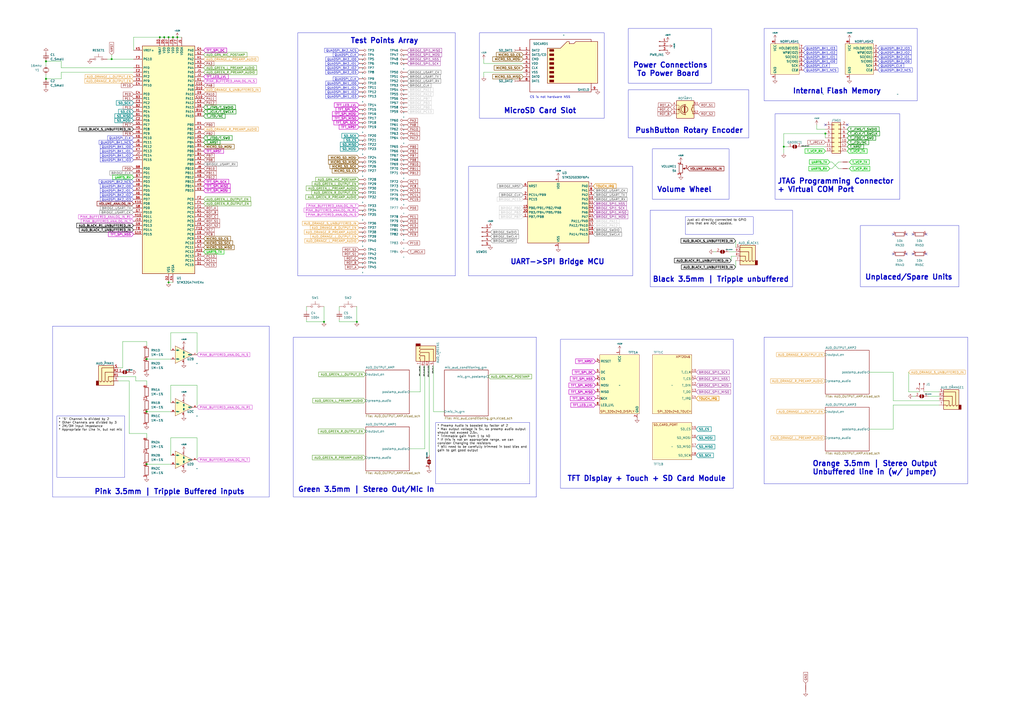
<source format=kicad_sch>
(kicad_sch (version 20230121) (generator eeschema)
  (paper "A2")
  (junction (at 85.09 208.28))
  (junction (at 100.33 21.59))
  (junction (at 207.01 186.69))
  (junction (at 26.67 35.56))
  (junction (at 92.71 21.59))
  (junction (at 95.25 21.59))
  (junction (at 454.66 85.09))
  (junction (at 85.09 269.24))
  (junction (at 478.79 77.47))
  (junction (at 64.77 34.29))
  (junction (at 85.09 238.76))
  (junction (at 97.79 21.59))
  (junction (at 26.67 45.72))
  (junction (at 102.87 21.59))
  (junction (at 187.96 186.69))
  (junction (at 97.79 163.83))
  (no_connect (at 518.16 147.32))
  (no_connect (at 529.59 147.32))
  (no_connect (at 529.59 135.89))
  (no_connect (at 525.78 135.89))
  (no_connect (at 478.79 72.39))
  (no_connect (at 525.78 147.32))
  (no_connect (at 537.21 135.89))
  (no_connect (at 518.16 135.89))
  (no_connect (at 537.21 147.32))
  (no_connect (at 491.49 72.39))
  (wire (pts (xy 85.09 198.12) (xy 85.09 200.66)))
  (wire (pts (xy 207.01 186.69) (xy 207.01 177.8)))
  (wire (pts (xy 114.3 193.04) (xy 99.06 193.04)))
  (wire (pts (xy 95.25 21.59) (xy 97.79 21.59)))
  (wire (pts (xy 71.12 198.12) (xy 85.09 198.12)))
  (wire (pts (xy 78.74 220.98) (xy 85.09 220.98)))
  (wire (pts (xy 71.12 213.36) (xy 71.12 198.12)))
  (wire (pts (xy 114.3 266.7) (xy 114.3 254)))
  (wire (pts (xy 530.86 229.87) (xy 529.59 229.87)))
  (wire (pts (xy 99.06 193.04) (xy 99.06 203.2)))
  (wire (pts (xy 68.58 220.98) (xy 74.93 220.98)))
  (wire (pts (xy 177.8 177.8) (xy 177.8 180.34)))
  (wire (pts (xy 478.79 74.93) (xy 473.71 74.93)))
  (wire (pts (xy 35.56 41.91) (xy 35.56 45.72)))
  (wire (pts (xy 504.19 215.9) (xy 518.16 215.9)))
  (wire (pts (xy 62.23 34.29) (xy 64.77 34.29)))
  (wire (pts (xy 257.81 238.76) (xy 251.46 238.76)))
  (wire (pts (xy 100.33 21.59) (xy 102.87 21.59)))
  (wire (pts (xy 187.96 186.69) (xy 177.8 186.69)))
  (wire (pts (xy 544.83 234.95) (xy 518.16 234.95)))
  (wire (pts (xy 481.33 97.79) (xy 482.6 97.79)))
  (wire (pts (xy 85.09 220.98) (xy 85.09 223.52)))
  (wire (pts (xy 303.53 41.91) (xy 280.67 41.91)))
  (wire (pts (xy 85.09 251.46) (xy 85.09 254)))
  (wire (pts (xy 26.67 45.72) (xy 26.67 43.18)))
  (wire (pts (xy 64.77 34.29) (xy 77.47 34.29)))
  (wire (pts (xy 303.53 36.83) (xy 280.67 36.83)))
  (wire (pts (xy 535.94 227.33) (xy 544.83 227.33)))
  (wire (pts (xy 85.09 269.24) (xy 99.06 269.24)))
  (wire (pts (xy 85.09 238.76) (xy 99.06 238.76)))
  (wire (pts (xy 74.93 251.46) (xy 85.09 251.46)))
  (wire (pts (xy 114.3 205.74) (xy 114.3 193.04)))
  (wire (pts (xy 26.67 35.56) (xy 26.67 38.1)))
  (wire (pts (xy 518.16 215.9) (xy 518.16 232.41)))
  (wire (pts (xy 77.47 29.21) (xy 77.47 21.59)))
  (wire (pts (xy 246.38 212.09) (xy 246.38 260.35)))
  (wire (pts (xy 486.41 97.79) (xy 482.6 93.98)))
  (wire (pts (xy 454.66 77.47) (xy 454.66 85.09)))
  (wire (pts (xy 177.8 185.42) (xy 177.8 186.69)))
  (wire (pts (xy 99.06 223.52) (xy 99.06 233.68)))
  (wire (pts (xy 280.67 34.29) (xy 280.67 36.83)))
  (wire (pts (xy 246.38 260.35) (xy 237.49 260.35)))
  (wire (pts (xy 243.84 212.09) (xy 243.84 227.33)))
  (wire (pts (xy 114.3 236.22) (xy 114.3 223.52)))
  (wire (pts (xy 78.74 218.44) (xy 78.74 220.98)))
  (wire (pts (xy 454.66 85.09) (xy 454.66 88.9)))
  (wire (pts (xy 114.3 254) (xy 99.06 254)))
  (wire (pts (xy 92.71 21.59) (xy 95.25 21.59)))
  (wire (pts (xy 482.6 97.79) (xy 486.41 93.98)))
  (wire (pts (xy 426.72 148.59) (xy 424.18 148.59)))
  (wire (pts (xy 424.18 148.59) (xy 424.18 151.13)))
  (wire (pts (xy 426.72 139.7) (xy 426.72 143.51)))
  (wire (pts (xy 68.58 213.36) (xy 71.12 213.36)))
  (wire (pts (xy 251.46 212.09) (xy 251.46 238.76)))
  (wire (pts (xy 114.3 223.52) (xy 99.06 223.52)))
  (wire (pts (xy 478.79 77.47) (xy 454.66 77.47)))
  (wire (pts (xy 422.91 146.05) (xy 426.72 146.05)))
  (wire (pts (xy 77.47 21.59) (xy 92.71 21.59)))
  (wire (pts (xy 35.56 35.56) (xy 26.67 35.56)))
  (wire (pts (xy 196.85 177.8) (xy 196.85 180.34)))
  (wire (pts (xy 415.29 146.05) (xy 414.02 146.05)))
  (wire (pts (xy 74.93 220.98) (xy 74.93 251.46)))
  (wire (pts (xy 518.16 232.41) (xy 544.83 232.41)))
  (wire (pts (xy 518.16 234.95) (xy 518.16 248.92)))
  (wire (pts (xy 85.09 208.28) (xy 99.06 208.28)))
  (wire (pts (xy 35.56 45.72) (xy 26.67 45.72)))
  (wire (pts (xy 64.77 31.75) (xy 64.77 34.29)))
  (wire (pts (xy 478.79 77.47) (xy 478.79 80.01)))
  (wire (pts (xy 248.92 212.09) (xy 248.92 264.16)))
  (wire (pts (xy 426.72 151.13) (xy 426.72 154.94)))
  (wire (pts (xy 473.71 74.93) (xy 473.71 72.39)))
  (wire (pts (xy 97.79 21.59) (xy 100.33 21.59)))
  (wire (pts (xy 486.41 97.79) (xy 487.68 97.79)))
  (wire (pts (xy 481.33 93.98) (xy 482.6 93.98)))
  (wire (pts (xy 196.85 185.42) (xy 196.85 186.69)))
  (wire (pts (xy 280.67 41.91) (xy 280.67 44.45)))
  (wire (pts (xy 533.4 227.33) (xy 527.05 227.33)))
  (wire (pts (xy 464.82 85.09) (xy 478.79 85.09)))
  (wire (pts (xy 35.56 39.37) (xy 35.56 35.56)))
  (wire (pts (xy 77.47 39.37) (xy 35.56 39.37)))
  (wire (pts (xy 102.87 21.59) (xy 105.41 21.59)))
  (wire (pts (xy 454.66 85.09) (xy 457.2 85.09)))
  (wire (pts (xy 486.41 93.98) (xy 487.68 93.98)))
  (wire (pts (xy 207.01 186.69) (xy 196.85 186.69)))
  (wire (pts (xy 527.05 215.9) (xy 527.05 227.33)))
  (wire (pts (xy 237.49 227.33) (xy 243.84 227.33)))
  (wire (pts (xy 544.83 229.87) (xy 538.48 229.87)))
  (wire (pts (xy 97.79 163.83) (xy 100.33 163.83)))
  (wire (pts (xy 77.47 41.91) (xy 35.56 41.91)))
  (wire (pts (xy 68.58 218.44) (xy 78.74 218.44)))
  (wire (pts (xy 187.96 186.69) (xy 187.96 177.8)))
  (wire (pts (xy 518.16 248.92) (xy 504.19 248.92)))
  (wire (pts (xy 99.06 254) (xy 99.06 264.16)))
  (rectangle (start 170.18 195.58) (end 311.15 288.29))
  (rectangle (start 364.49 52.07) (end 434.34 80.01))
  (rectangle (start 377.19 121.92) (end 459.74 166.37))
  (rectangle (start 499.11 130.81) (end 556.26 166.37))
  (rectangle (start 271.78 96.52) (end 367.03 160.02))
  (rectangle (start 443.23 195.58) (end 561.34 280.67))
  (rectangle (start 449.58 66.04) (end 521.97 115.57))
  (rectangle (start 378.46 86.36) (end 422.91 115.57))
  (rectangle (start 172.72 19.05) (end 264.16 160.02))
  (rectangle (start 364.49 16.51) (end 412.75 48.26))
  (rectangle (start 30.48 189.23) (end 156.21 288.29))
  (rectangle (start 443.23 16.51) (end 532.13 58.42))
  (rectangle (start 278.13 19.05) (end 350.52 68.58))
  (rectangle (start 325.12 196.85) (end 425.45 283.21))
  (text_box "* \"S\" Channel is divided by 2\n* Other Channels are divided by 3\n* 2M/3M input impedance\n* Appropriate for Line in, but not mic" (at 33.02 241.3 0) (size 39.37 35.56) (fill (type color) (color 255 255 255 1)) (effects (font (size 1.27 1.27)) (justify left top)))
  (text_box "* Preamp Audio is boosted by factor of 2\n* Max output voltage is 5v, so preamp audio output should not exceed 2.5v.\n* Trimmable gain from 1 to 40\n* If this is not an appropriate range, we can consider Changing the resistors\n* Will need to be carefully trimmed in bost bias and gain to get good output" (at 252.73 245.11 0) (size 54.61 35.56) (fill (type color) (color 255 255 255 1)) (effects (font (size 1.27 1.27)) (justify left top)))
  (text_box "Just all directly connected to GPIO pins that are ADC capable." (at 397.51 125.73 0) (size 39.37 10.16) (fill (type color) (color 255 255 255 1)) (effects (font (size 1.27 1.27)) (justify left top)))
  (text "MicroSD Card Slot" (at 292.1 66.04 0) (effects (font (size 3 3) (thickness 0.6) bold) (justify left bottom)))
  (text "JTAG Programming Connector\n+ Virtual COM Port" (at 450.85 111.76 0) (effects (font (size 3 3) (thickness 0.6) bold) (justify left bottom)))
  (text "CS is not hardware NSS" (at 307.34 57.15 0) (effects (font (size 1.27 1.27)) (justify left bottom)))
  (text "Unplaced/Spare Units\n" (at 501.65 162.56 0) (effects (font (size 3 3) (thickness 0.6) bold) (justify left bottom)))
  (text "Power Connections\n To Power Board" (at 367.03 44.45 0) (effects (font (size 3 3) (thickness 0.6) bold) (justify left bottom)))
  (text "Orange 3.5mm | Stereo Output\nUnbuffered line in (w/ jumper)" (at 471.17 275.59 0) (effects (font (size 3 3) (thickness 0.6) bold) (justify left bottom)))
  (text "Black 3.5mm | Tripple unbuffered\n" (at 378.46 163.83 0) (effects (font (size 3 3) (thickness 0.6) bold) (justify left bottom)))
  (text "TFT Display + Touch + SD Card Module\n" (at 328.93 279.4 0) (effects (font (size 3 3) (thickness 0.6) bold) (justify left bottom)))
  (text "Volume Wheel" (at 381 111.76 0) (effects (font (size 3 3) (thickness 0.6) bold) (justify left bottom)))
  (text "Pink 3.5mm | Tripple Buffered inputs" (at 54.61 287.02 0) (effects (font (size 3 3) (thickness 0.6) bold) (justify left bottom)))
  (text "Test Points Array" (at 203.2 25.4 0) (effects (font (size 3 3) (thickness 0.6) bold) (justify left bottom)))
  (text "Green 3.5mm | Stereo Out/Mic In" (at 172.72 285.75 0) (effects (font (size 3 3) (thickness 0.6) bold) (justify left bottom)))
  (text "Internal Flash Memory" (at 459.74 54.61 0) (effects (font (size 3 3) (thickness 0.6) bold) (justify left bottom)))
  (text "UART->SPI Bridge MCU" (at 295.91 153.67 0) (effects (font (size 3 3) (thickness 0.6) bold) (justify left bottom)))
  (text "PushButton Rotary Encoder" (at 368.3 77.47 0) (effects (font (size 3 3) (thickness 0.6) bold) (justify left bottom)))
  (label "GRN_AUD_IN_GND" (at 248.92 212.09 270) (effects (font (size 0.5 0.5))))
  (label "GRN_MIC_IN" (at 251.46 212.09 270) (effects (font (size 0.5 0.5))))
  (label "GRN_R_AUD_OUT" (at 246.38 212.09 270) (effects (font (size 0.5 0.5))))
  (label "GND_DETECT" (at 464.82 85.09 0) (effects (font (size 0.5 0.5))))
  (label "GRN_L_AUD_OUT" (at 243.84 212.09 270) (effects (font (size 0.5 0.5))))
  (global_label "QUADSPI_BK1_IO2" (shape input) (at 77.47 90.17 180) (property "Intersheetrefs" "${INTERSHEET_REFS}" (effects hide)))
  (global_label "AUD_BLACK_T_UNBUFFERED_IN" (shape input) (at 426.72 154.94 180) (effects (font (thickness 0.254) bold)) (property "Intersheetrefs" "${INTERSHEET_REFS}" (effects hide)))
  (global_label "AUD_ORANGE_S_UNBUFFERED_IN" (shape input) (at 527.05 215.9 0) (property "Intersheetrefs" "${INTERSHEET_REFS}" (effects hide)))
  (global_label "T_JRCLK" (shape input) (at 478.79 82.55 180) (property "Intersheetrefs" "${INTERSHEET_REFS}" (effects hide)))
  (global_label "PINK_BUFFERED_ANALOG_IN_R1" (shape input) (at 114.3 236.22 0) (property "Intersheetrefs" "${INTERSHEET_REFS}" (effects hide)))
  (global_label "PC15" (shape input) (at 118.11 153.67 0) (property "Intersheetrefs" "${INTERSHEET_REFS}" (effects hide)))
  (global_label "BRIDGE_PA12" (shape input) (at 344.17 130.81 0) (property "Intersheetrefs" "${INTERSHEET_REFS}" (effects hide)))
  (global_label "QUADSPI_BK1_IO1" (shape input) (at 77.47 87.63 180) (property "Intersheetrefs" "${INTERSHEET_REFS}" (effects hide)))
  (global_label "BRIDGE_PB7" (shape input) (at 236.22 57.15 0) (property "Intersheetrefs" "${INTERSHEET_REFS}" (effects hide)))
  (global_label "ROT_A" (shape input) (at 208.28 154.94 180) (property "Intersheetrefs" "${INTERSHEET_REFS}" (effects hide)))
  (global_label "TFT_SPI_MOSI" (shape input) (at 208.28 66.04 180) (effects (font (thickness 0.254) bold)) (property "Intersheetrefs" "${INTERSHEET_REFS}" (effects hide)))
  (global_label "ROT_B" (shape input) (at 118.11 123.19 0) (property "Intersheetrefs" "${INTERSHEET_REFS}" (effects hide)))
  (global_label "BRIDGE_SPI1_NSS" (shape input) (at 403.86 219.71 0) (property "Intersheetrefs" "${INTERSHEET_REFS}" (effects hide)))
  (global_label "PC13" (shape input) (at 118.11 148.59 0) (property "Intersheetrefs" "${INTERSHEET_REFS}" (effects hide)))
  (global_label "BRIDGE_CLK" (shape input) (at 77.47 100.33 180) (property "Intersheetrefs" "${INTERSHEET_REFS}" (effects hide)))
  (global_label "PC8" (shape input) (at 236.22 107.95 0) (property "Intersheetrefs" "${INTERSHEET_REFS}" (effects hide)))
  (global_label "PINK_BUFFERED_ANALOG_IN_R1" (shape input) (at 208.28 121.92 180) (property "Intersheetrefs" "${INTERSHEET_REFS}" (effects hide)))
  (global_label "AUD_ORANGE_L_PREAMP_AUDIO" (shape input) (at 478.79 254 180) (property "Intersheetrefs" "${INTERSHEET_REFS}" (effects hide)))
  (global_label "QUADSPI_CLK" (shape input) (at 509.27 38.1 0) (property "Intersheetrefs" "${INTERSHEET_REFS}" (effects hide)))
  (global_label "PB10" (shape input) (at 118.11 97.79 0) (property "Intersheetrefs" "${INTERSHEET_REFS}" (effects hide)))
  (global_label "PB0" (shape input) (at 118.11 72.39 0) (property "Intersheetrefs" "${INTERSHEET_REFS}" (effects hide)))
  (global_label "AUD_BLACK_R1_UNBUFFERED_IN" (shape input) (at 424.18 151.13 180) (effects (font (thickness 0.254) bold)) (property "Intersheetrefs" "${INTERSHEET_REFS}" (effects hide)))
  (global_label "AUD_ORANGE_S_UNBUFFERED_IN" (shape input) (at 208.28 129.54 180) (property "Intersheetrefs" "${INTERSHEET_REFS}" (effects hide)))
  (global_label "PB8" (shape input) (at 118.11 92.71 0) (property "Intersheetrefs" "${INTERSHEET_REFS}" (effects hide)))
  (global_label "BRIDGE_PB0" (shape input) (at 303.53 120.65 180) (property "Intersheetrefs" "${INTERSHEET_REFS}" (effects hide)))
  (global_label "BRIDGE_USART_TX" (shape input) (at 344.17 113.03 0) (property "Intersheetrefs" "${INTERSHEET_REFS}" (effects hide)))
  (global_label "PC8" (shape input) (at 118.11 135.89 0) (property "Intersheetrefs" "${INTERSHEET_REFS}" (effects hide)))
  (global_label "BRIDGE_CLK" (shape input) (at 236.22 49.53 0) (property "Intersheetrefs" "${INTERSHEET_REFS}" (effects hide)))
  (global_label "BRIDGE_USART_RX" (shape input) (at 236.22 46.99 0) (property "Intersheetrefs" "${INTERSHEET_REFS}" (effects hide)))
  (global_label "PE3" (shape input) (at 77.47 62.23 180) (property "Intersheetrefs" "${INTERSHEET_REFS}" (effects hide)))
  (global_label "ROT_C" (shape input) (at 389.89 63.5 180) (property "Intersheetrefs" "${INTERSHEET_REFS}" (effects hide)))
  (global_label "BRIDGE_NRST" (shape input) (at 303.53 107.95 180) (property "Intersheetrefs" "${INTERSHEET_REFS}" (effects hide)))
  (global_label "UART5_RX" (shape input) (at 77.47 102.87 180) (effects (font (thickness 0.254) bold)) (property "Intersheetrefs" "${INTERSHEET_REFS}" (effects hide)))
  (global_label "PA10" (shape input) (at 236.22 74.93 0) (property "Intersheetrefs" "${INTERSHEET_REFS}" (effects hide)))
  (global_label "QUADSPI_BK1_NCS" (shape input) (at 77.47 82.55 180) (property "Intersheetrefs" "${INTERSHEET_REFS}" (effects hide)))
  (global_label "MICRO_SD_SCK" (shape input) (at 208.28 96.52 180) (effects (font (thickness 0.254) bold)) (property "Intersheetrefs" "${INTERSHEET_REFS}" (effects hide)))
  (global_label "QUADSPI_BK2_IO0" (shape input) (at 77.47 107.95 180) (property "Intersheetrefs" "${INTERSHEET_REFS}" (effects hide)))
  (global_label "PA3" (shape input) (at 118.11 36.83 0) (property "Intersheetrefs" "${INTERSHEET_REFS}" (effects hide)))
  (global_label "TFT_SPI_SCK" (shape input) (at 208.28 71.12 180) (effects (font (thickness 0.254) bold)) (property "Intersheetrefs" "${INTERSHEET_REFS}" (effects hide)))
  (global_label "SD_MISO" (shape input) (at 208.28 83.82 180) (effects (font (thickness 0.254) bold)) (property "Intersheetrefs" "${INTERSHEET_REFS}" (effects hide)))
  (global_label "QUADSPI_BK1_IO3" (shape input) (at 208.28 55.88 180) (property "Intersheetrefs" "${INTERSHEET_REFS}" (effects hide)))
  (global_label "VOLUME_ANALOG_IN" (shape input) (at 77.47 118.11 180) (effects (font bold)) (property "Intersheetrefs" "${INTERSHEET_REFS}" (effects hide)))
  (global_label "BRIDGE_PA11" (shape input) (at 236.22 52.07 0) (property "Intersheetrefs" "${INTERSHEET_REFS}" (effects hide)))
  (global_label "ROT_B" (shape input) (at 389.89 66.04 180) (property "Intersheetrefs" "${INTERSHEET_REFS}" (effects hide)))
  (global_label "QUADSPI_BK2_IO2" (shape input) (at 208.28 39.37 180) (property "Intersheetrefs" "${INTERSHEET_REFS}" (effects hide)))
  (global_label "ROT_C" (shape input) (at 208.28 149.86 180) (property "Intersheetrefs" "${INTERSHEET_REFS}" (effects hide)))
  (global_label "AUD_GREEN_L_OUTPUT_EN" (shape input) (at 208.28 106.68 180) (effects (font (thickness 0.254) bold)) (property "Intersheetrefs" "${INTERSHEET_REFS}" (effects hide)))
  (global_label "QUADSPI_BK1_IO0" (shape input) (at 208.28 48.26 180) (property "Intersheetrefs" "${INTERSHEET_REFS}" (effects hide)))
  (global_label "QUADSPI_BK2_IO0" (shape input) (at 509.27 35.56 0) (property "Intersheetrefs" "${INTERSHEET_REFS}" (effects hide)))
  (global_label "MICRO_SD_MOSI" (shape input) (at 303.53 34.29 180) (effects (font (thickness 0.254) bold)) (property "Intersheetrefs" "${INTERSHEET_REFS}" (effects hide)))
  (global_label "AUD_GRN_MIC_POSTAMP" (shape input) (at 208.28 104.14 180) (effects (font (thickness 0.254) bold)) (property "Intersheetrefs" "${INTERSHEET_REFS}" (effects hide)))
  (global_label "QUADSPI_BK2_IO1" (shape input) (at 77.47 110.49 180) (property "Intersheetrefs" "${INTERSHEET_REFS}" (effects hide)))
  (global_label "AUD_ORANGE_R_PREAMP_AUDIO" (shape input) (at 208.28 134.62 180) (property "Intersheetrefs" "${INTERSHEET_REFS}" (effects hide)))
  (global_label "TFT_NRST" (shape input) (at 118.11 87.63 0) (effects (font (thickness 0.254) bold)) (property "Intersheetrefs" "${INTERSHEET_REFS}" (effects hide)))
  (global_label "TFT_SPI_SCK" (shape input) (at 118.11 105.41 0) (effects (font (thickness 0.254) bold)) (property "Intersheetrefs" "${INTERSHEET_REFS}" (effects hide)))
  (global_label "AUD_BLACK_S_UNBUFFERED_IN" (shape input) (at 77.47 74.93 180) (effects (font (thickness 0.254) bold)) (property "Intersheetrefs" "${INTERSHEET_REFS}" (effects hide)))
  (global_label "PE7" (shape input) (at 236.22 133.35 0) (property "Intersheetrefs" "${INTERSHEET_REFS}" (effects hide)))
  (global_label "T_JTDO{slash}T_SWO" (shape input) (at 491.49 80.01 0) (effects (font (thickness 0.254) bold)) (property "Intersheetrefs" "${INTERSHEET_REFS}" (effects hide)))
  (global_label "SD_MOSI" (shape input) (at 77.47 69.85 180) (effects (font (thickness 0.254) bold)) (property "Intersheetrefs" "${INTERSHEET_REFS}" (effects hide)))
  (global_label "AUD_GRN_MIC_POSTAMP" (shape input) (at 283.21 218.44 0) (effects (font (thickness 0.254) bold)) (property "Intersheetrefs" "${INTERSHEET_REFS}" (effects hide)))
  (global_label "QUADSPI_BK2_IO3" (shape input) (at 208.28 41.91 180) (property "Intersheetrefs" "${INTERSHEET_REFS}" (effects hide)))
  (global_label "SD_SCK" (shape input) (at 208.28 78.74 180) (effects (font (thickness 0.254) bold)) (property "Intersheetrefs" "${INTERSHEET_REFS}" (effects hide)))
  (global_label "PE0" (shape input) (at 77.47 54.61 180) (property "Intersheetrefs" "${INTERSHEET_REFS}" (effects hide)))
  (global_label "AUD_GREEN_L_OUTPUT_EN" (shape input) (at 118.11 115.57 0) (effects (font (thickness 0.254) bold)) (property "Intersheetrefs" "${INTERSHEET_REFS}" (effects hide)))
  (global_label "SD_MISO" (shape input) (at 77.47 67.31 180) (effects (font (thickness 0.254) bold)) (property "Intersheetrefs" "${INTERSHEET_REFS}" (effects hide)))
  (global_label "BRIDGE_USART_CK" (shape input) (at 344.17 110.49 0) (property "Intersheetrefs" "${INTERSHEET_REFS}" (effects hide)))
  (global_label "PC15" (shape input) (at 236.22 115.57 0) (property "Intersheetrefs" "${INTERSHEET_REFS}" (effects hide)))
  (global_label "T_JCLK{slash}T_SWCLK" (shape input) (at 118.11 64.77 0) (effects (font (thickness 0.254) bold)) (property "Intersheetrefs" "${INTERSHEET_REFS}" (effects hide)))
  (global_label "QUADSPI_CLK" (shape input) (at 77.47 80.01 180) (property "Intersheetrefs" "${INTERSHEET_REFS}" (effects hide)))
  (global_label "AUD_GREEN_R_OUTPUT_EN" (shape input) (at 212.09 250.19 180) (effects (font (thickness 0.254) bold)) (property "Intersheetrefs" "${INTERSHEET_REFS}" (effects hide)))
  (global_label "BRIDGE_USART_TX" (shape input) (at 236.22 44.45 0) (property "Intersheetrefs" "${INTERSHEET_REFS}" (effects hide)))
  (global_label "QUADSPI_BK1_NCS" (shape input) (at 466.09 40.64 0) (property "Intersheetrefs" "${INTERSHEET_REFS}" (effects hide)))
  (global_label "AUD_ORANGE_R_OUTPUT_EN" (shape input) (at 208.28 132.08 180) (property "Intersheetrefs" "${INTERSHEET_REFS}" (effects hide)))
  (global_label "PE1" (shape input) (at 77.47 57.15 180) (property "Intersheetrefs" "${INTERSHEET_REFS}" (effects hide)))
  (global_label "BRIDGE_SPI1_MISO" (shape input) (at 344.17 123.19 0) (property "Intersheetrefs" "${INTERSHEET_REFS}" (effects hide)))
  (global_label "PINK_BUFFERED_ANALOG_IN_S" (shape input) (at 118.11 46.99 0) (property "Intersheetrefs" "${INTERSHEET_REFS}" (effects hide)))
  (global_label "T_NRST" (shape input) (at 491.49 85.09 0) (effects (font (thickness 0.254) bold)) (property "Intersheetrefs" "${INTERSHEET_REFS}" (effects hide)))
  (global_label "PA12" (shape input) (at 118.11 59.69 0) (property "Intersheetrefs" "${INTERSHEET_REFS}" (effects hide)))
  (global_label "PB12" (shape input) (at 236.22 100.33 0) (property "Intersheetrefs" "${INTERSHEET_REFS}" (effects hide)))
  (global_label "QUADSPI_BK2_IO0" (shape input) (at 208.28 34.29 180) (property "Intersheetrefs" "${INTERSHEET_REFS}" (effects hide)))
  (global_label "BRIDGE_PC13" (shape input) (at 303.53 115.57 180) (property "Intersheetrefs" "${INTERSHEET_REFS}" (effects hide)))
  (global_label "PINK_BUFFERED_ANALOG_IN_T" (shape input) (at 77.47 128.27 180) (property "Intersheetrefs" "${INTERSHEET_REFS}" (effects hide)))
  (global_label "QUADSPI_BK1_IO3" (shape input) (at 466.09 27.94 0) (property "Intersheetrefs" "${INTERSHEET_REFS}" (effects hide)))
  (global_label "UART5_TX" (shape input) (at 118.11 146.05 0) (effects (font (thickness 0.254) bold)) (property "Intersheetrefs" "${INTERSHEET_REFS}" (effects hide)))
  (global_label "PE1" (shape input) (at 236.22 125.73 0) (property "Intersheetrefs" "${INTERSHEET_REFS}" (effects hide)))
  (global_label "T_JTMS{slash}T_SWDIO" (shape input) (at 491.49 74.93 0) (effects (font (thickness 0.254) bold)) (property "Intersheetrefs" "${INTERSHEET_REFS}" (effects hide)))
  (global_label "PINK_BUFFERED_ANALOG_IN_S" (shape input) (at 208.28 124.46 180) (property "Intersheetrefs" "${INTERSHEET_REFS}" (effects hide)))
  (global_label "PE9" (shape input) (at 77.47 77.47 180) (property "Intersheetrefs" "${INTERSHEET_REFS}" (effects hide)))
  (global_label "TFT_SPI_MISO" (shape input) (at 118.11 107.95 0) (effects (font (thickness 0.254) bold)) (property "Intersheetrefs" "${INTERSHEET_REFS}" (effects hide)))
  (global_label "PA11" (shape input) (at 236.22 77.47 0) (property "Intersheetrefs" "${INTERSHEET_REFS}" (effects hide)))
  (global_label "BRIDGE_CLK" (shape input) (at 303.53 113.03 180) (property "Intersheetrefs" "${INTERSHEET_REFS}" (effects hide)))
  (global_label "QUADSPI_CLK" (shape input) (at 208.28 31.75 180) (property "Intersheetrefs" "${INTERSHEET_REFS}" (effects hide)))
  (global_label "QUADSPI_BK2_NCS" (shape input) (at 77.47 105.41 180) (property "Intersheetrefs" "${INTERSHEET_REFS}" (effects hide)))
  (global_label "SD_CS" (shape input) (at 403.86 248.92 0) (effects (font (thickness 0.254) bold)) (property "Intersheetrefs" "${INTERSHEET_REFS}" (effects hide)))
  (global_label "AUD_GREEN_R_PREAMP_AUDIO" (shape input) (at 118.11 41.91 0) (effects (font (thickness 0.254) bold)) (property "Intersheetrefs" "${INTERSHEET_REFS}" (effects hide)))
  (global_label "PA11" (shape input) (at 118.11 57.15 0) (property "Intersheetrefs" "${INTERSHEET_REFS}" (effects hide)))
  (global_label "BRIDGE_SPI1_MISO" (shape input) (at 403.86 227.33 0) (property "Intersheetrefs" "${INTERSHEET_REFS}" (effects hide)))
  (global_label "PC14" (shape input) (at 236.22 113.03 0) (property "Intersheetrefs" "${INTERSHEET_REFS}" (effects hide)))
  (global_label "PINK_BUFFERED_ANALOG_IN_R1" (shape input) (at 77.47 125.73 180) (property "Intersheetrefs" "${INTERSHEET_REFS}" (effects hide)))
  (global_label "BRIDGE_SPI1_SCK" (shape input) (at 236.22 36.83 0) (property "Intersheetrefs" "${INTERSHEET_REFS}" (effects hide)))
  (global_label "BRIDGE_SPI1_MOSI" (shape input) (at 344.17 125.73 0) (property "Intersheetrefs" "${INTERSHEET_REFS}" (effects hide)))
  (global_label "PB11" (shape input) (at 236.22 97.79 0) (property "Intersheetrefs" "${INTERSHEET_REFS}" (effects hide)))
  (global_label "AUD_ORANGE_R_PREAMP_AUDIO" (shape input) (at 478.79 220.98 180) (property "Intersheetrefs" "${INTERSHEET_REFS}" (effects hide)))
  (global_label "PC7" (shape input) (at 118.11 133.35 0) (property "Intersheetrefs" "${INTERSHEET_REFS}" (effects hide)))
  (global_label "MICRO_SD_MOSI" (shape input) (at 208.28 91.44 180) (effects (font (thickness 0.254) bold)) (property "Intersheetrefs" "${INTERSHEET_REFS}" (effects hide)))
  (global_label "QUADSPI_BK1_IO2" (shape input) (at 466.09 30.48 0) (property "Intersheetrefs" "${INTERSHEET_REFS}" (effects hide)))
  (global_label "QUADSPI_BK2_IO1" (shape input) (at 208.28 36.83 180) (property "Intersheetrefs" "${INTERSHEET_REFS}" (effects hide)))
  (global_label "BRIDGE_USART_RX" (shape input) (at 118.11 95.25 0) (property "Intersheetrefs" "${INTERSHEET_REFS}" (effects hide)))
  (global_label "MICRO_SD_CS" (shape input) (at 208.28 99.06 180) (effects (font (thickness 0.254) bold)) (property "Intersheetrefs" "${INTERSHEET_REFS}" (effects hide)))
  (global_label "PE9" (shape input) (at 236.22 135.89 0) (property "Intersheetrefs" "${INTERSHEET_REFS}" (effects hide)))
  (global_label "T_JTDO{slash}T_SWO" (shape input) (at 118.11 80.01 0) (effects (font (thickness 0.254) bold)) (property "Intersheetrefs" "${INTERSHEET_REFS}" (effects hide)))
  (global_label "PE3" (shape input) (at 236.22 130.81 0) (property "Intersheetrefs" "${INTERSHEET_REFS}" (effects hide)))
  (global_label "T_JTDI{slash}NC" (shape input) (at 118.11 67.31 0) (effects (font (thickness 0.254) bold)) (property "Intersheetrefs" "${INTERSHEET_REFS}" (effects hide)))
  (global_label "TFT_LED_LVL" (shape input) (at 208.28 60.96 180) (effects (font (thickness 0.254) bold)) (property "Intersheetrefs" "${INTERSHEET_REFS}" (effects hide)))
  (global_label "BRIDGE_NRST" (shape input) (at 284.48 139.7 0) (property "Intersheetrefs" "${INTERSHEET_REFS}" (effects hide)))
  (global_label "T_NRST" (shape input) (at 118.11 82.55 0) (effects (font (thickness 0.254) bold)) (property "Intersheetrefs" "${INTERSHEET_REFS}" (effects hide)))
  (global_label "QUADSPI_BK2_IO3" (shape input) (at 509.27 27.94 0) (property "Intersheetrefs" "${INTERSHEET_REFS}" (effects hide)))
  (global_label "MICRO_SD_MISO" (shape input) (at 118.11 143.51 0) (effects (font (thickness 0.254) bold)) (property "Intersheetrefs" "${INTERSHEET_REFS}" (effects hide)))
  (global_label "QUADSPI_BK2_IO2" (shape input) (at 509.27 30.48 0) (property "Intersheetrefs" "${INTERSHEET_REFS}" (effects hide)))
  (global_label "MICRO_SD_SCK" (shape input) (at 303.53 39.37 180) (effects (font (thickness 0.254) bold)) (property "Intersheetrefs" "${INTERSHEET_REFS}" (effects hide)))
  (global_label "AUD_GREEN_L_PREAMP_AUDIO" (shape input) (at 212.09 232.41 180) (effects (font (thickness 0.254) bold)) (property "Intersheetrefs" "${INTERSHEET_REFS}" (effects hide)))
  (global_label "PINK_BUFFERED_ANALOG_IN_T" (shape input) (at 114.3 266.7 0) (property "Intersheetrefs" "${INTERSHEET_REFS}" (effects hide)))
  (global_label "SD_SCK" (shape input) (at 77.47 59.69 180) (effects (font (thickness 0.254) bold)) (property "Intersheetrefs" "${INTERSHEET_REFS}" (effects hide)))
  (global_label "ROT_B" (shape input) (at 208.28 152.4 180) (property "Intersheetrefs" "${INTERSHEET_REFS}" (effects hide)))
  (global_label "PA8" (shape input) (at 118.11 49.53 0) (property "Intersheetrefs" "${INTERSHEET_REFS}" (effects hide)))
  (global_label "BRIDGE_USART_CK" (shape input) (at 77.47 123.19 180) (property "Intersheetrefs" "${INTERSHEET_REFS}" (effects hide)))
  (global_label "AUD_ORANGE_L_OUTPUT_EN" (shape input) (at 478.79 238.76 180) (property "Intersheetrefs" "${INTERSHEET_REFS}" (effects hide)))
  (global_label "ROT_S1" (shape input) (at 405.13 60.96 0) (property "Intersheetrefs" "${INTERSHEET_REFS}" (effects hide)))
  (global_label "PINK_BUFFERED_ANALOG_IN_S" (shape input) (at 114.3 205.74 0) (property "Intersheetrefs" "${INTERSHEET_REFS}" (effects hide)))
  (global_label "BRIDGE_PB3" (shape input) (at 236.22 59.69 0) (property "Intersheetrefs" "${INTERSHEET_REFS}" (effects hide)))
  (global_label "PB7" (shape input) (at 118.11 90.17 0) (property "Intersheetrefs" "${INTERSHEET_REFS}" (effects hide)))
  (global_label "PA3" (shape input) (at 236.22 69.85 0) (property "Intersheetrefs" "${INTERSHEET_REFS}" (effects hide)))
  (global_label "T_VCP_TX" (shape input) (at 492.76 93.98 0) (effects (font (thickness 0.254) bold)) (property "Intersheetrefs" "${INTERSHEET_REFS}" (effects hide)))
  (global_label "T_JRCLK" (shape input) (at 236.22 146.05 0) (property "Intersheetrefs" "${INTERSHEET_REFS}" (effects hide)))
  (global_label "BRIDGE_PB0" (shape input) (at 236.22 62.23 0) (property "Intersheetrefs" "${INTERSHEET_REFS}" (effects hide)))
  (global_label "PA12" (shape input) (at 236.22 80.01 0) (property "Intersheetrefs" "${INTERSHEET_REFS}" (effects hide)))
  (global_label "UART5_TX" (shape input) (at 481.33 93.98 180) (effects (font (thickness 0.254) bold)) (property "Intersheetrefs" "${INTERSHEET_REFS}" (effects hide)))
  (global_label "BRIDGE_SWCLK" (shape input) (at 284.48 137.16 0) (property "Intersheetrefs" "${INTERSHEET_REFS}" (effects hide)))
  (global_label "PA10" (shape input) (at 118.11 54.61 0) (property "Intersheetrefs" "${INTERSHEET_REFS}" (effects hide)))
  (global_label "BRIDGE_SPI1_MOSI" (shape input) (at 236.22 31.75 0) (property "Intersheetrefs" "${INTERSHEET_REFS}" (effects hide)))
  (global_label "TFT_NRST" (shape input) (at 208.28 73.66 180) (effects (font (thickness 0.254) bold)) (property "Intersheetrefs" "${INTERSHEET_REFS}" (effects hide)))
  (global_label "PB0" (shape input) (at 236.22 85.09 0) (property "Intersheetrefs" "${INTERSHEET_REFS}" (effects hide)))
  (global_label "MICRO_SD_MOSI" (shape input) (at 118.11 85.09 0) (effects (font (thickness 0.254) bold)) (property "Intersheetrefs" "${INTERSHEET_REFS}" (effects hide)))
  (global_label "TFT_SPI_MISO" (shape input) (at 208.28 68.58 180) (effects (font (thickness 0.254) bold)) (property "Intersheetrefs" "${INTERSHEET_REFS}" (effects hide)))
  (global_label "T_JTMS{slash}T_SWDIO" (shape input) (at 118.11 62.23 0) (effects (font (thickness 0.254) bold)) (property "Intersheetrefs" "${INTERSHEET_REFS}" (effects hide)))
  (global_label "TFT_LED_LVL" (shape input) (at 345.44 234.95 180) (effects (font (thickness 0.254) bold)) (property "Intersheetrefs" "${INTERSHEET_REFS}" (effects hide)))
  (global_label "TFT_SPI_MOSI" (shape input) (at 118.11 110.49 0) (effects (font (thickness 0.254) bold)) (property "Intersheetrefs" "${INTERSHEET_REFS}" (effects hide)))
  (global_label "PC14" (shape input) (at 118.11 151.13 0) (property "Intersheetrefs" "${INTERSHEET_REFS}" (effects hide)))
  (global_label "QUADSPI_BK1_IO1" (shape input) (at 466.09 33.02 0) (property "Intersheetrefs" "${INTERSHEET_REFS}" (effects hide)))
  (global_label "PB10" (shape input) (at 236.22 95.25 0) (property "Intersheetrefs" "${INTERSHEET_REFS}" (effects hide)))
  (global_label "MICRO_SD_SCK" (shape input) (at 118.11 140.97 0) (effects (font (thickness 0.254) bold)) (property "Intersheetrefs" "${INTERSHEET_REFS}" (effects hide)))
  (global_label "QUADSPI_BK1_IO3" (shape input) (at 77.47 92.71 180) (property "Intersheetrefs" "${INTERSHEET_REFS}" (effects hide)))
  (global_label "AUD_GREEN_R_OUTPUT_EN" (shape input) (at 208.28 111.76 180) (effects (font (thickness 0.254) bold)) (property "Intersheetrefs" "${INTERSHEET_REFS}" (effects hide)))
  (global_label "GND" (shape input) (at 467.36 396.24 90) (property "Intersheetrefs" "${INTERSHEET_REFS}" (effects hide)))
  (global_label "PF10" (shape input) (at 77.47 49.53 180) (property "Intersheetrefs" "${INTERSHEET_REFS}" (effects hide)))
  (global_label "BRIDGE_PA12" (shape input) (at 236.22 54.61 0) (property "Intersheetrefs" "${INTERSHEET_REFS}" (effects hide)))
  (global_label "PB12" (shape input) (at 118.11 102.87 0) (property "Intersheetrefs" "${INTERSHEET_REFS}" (effects hide)))
  (global_label "ROT_A" (shape input) (at 389.89 60.96 180) (property "Intersheetrefs" "${INTERSHEET_REFS}" (effects hide)))
  (global_label "T_JTDI{slash}NC" (shape input) (at 491.49 82.55 0) (effects (font (thickness 0.254) bold)) (property "Intersheetrefs" "${INTERSHEET_REFS}" (effects hide)))
  (global_label "BRIDGE_SPI1_NSS" (shape input) (at 236.22 34.29 0) (property "Intersheetrefs" "${INTERSHEET_REFS}" (effects hide)))
  (global_label "MICRO_SD_MISO" (shape input) (at 208.28 93.98 180) (effects (font (thickness 0.254) bold)) (property "Intersheetrefs" "${INTERSHEET_REFS}" (effects hide)))
  (global_label "MICRO_SD_CS" (shape input) (at 303.53 31.75 180) (effects (font (thickness 0.254) bold)) (property "Intersheetrefs" "${INTERSHEET_REFS}" (effects hide)))
  (global_label "PD0" (shape input) (at 77.47 97.79 180) (property "Intersheetrefs" "${INTERSHEET_REFS}" (effects hide)))
  (global_label "BRIDGE_SPI1_SCK" (shape input) (at 344.17 120.65 0) (property "Intersheetrefs" "${INTERSHEET_REFS}" (effects hide)))
  (global_label "BRIDGE_SPI1_NSS" (shape input) (at 344.17 118.11 0) (property "Intersheetrefs" "${INTERSHEET_REFS}" (effects hide)))
  (global_label "VOLUME_ANALOG_IN" (shape input) (at 398.78 97.79 0) (effects (font bold)) (property "Intersheetrefs" "${INTERSHEET_REFS}" (effects hide)))
  (global_label "AUD_GREEN_L_PREAMP_AUDIO" (shape input) (at 208.28 109.22 180) (effects (font (thickness 0.254) bold)) (property "Intersheetrefs" "${INTERSHEET_REFS}" (effects hide)))
  (global_label "TOUCH_IRQ" (shape input) (at 403.86 231.14 0) (effects (font (thickness 0.254) bold)) (property "Intersheetrefs" "${INTERSHEET_REFS}" (effects hide)))
  (global_label "ROT_S2" (shape input) (at 118.11 130.81 0) (property "Intersheetrefs" "${INTERSHEET_REFS}" (effects hide)))
  (global_label "MICRO_SD_MISO" (shape input) (at 303.53 44.45 180) (effects (font (thickness 0.254) bold)) (property "Intersheetrefs" "${INTERSHEET_REFS}" (effects hide)))
  (global_label "AUD_ORANGE_L_OUTPUT_EN" (shape input) (at 208.28 137.16 180) (property "Intersheetrefs" "${INTERSHEET_REFS}" (effects hide)))
  (global_label "TFT_SPI_NSS" (shape input) (at 345.44 219.71 180) (effects (font (thickness 0.254) bold)) (property "Intersheetrefs" "${INTERSHEET_REFS}" (effects hide)))
  (global_label "AUD_ORANGE_R_PREAMP_AUDIO" (shape input) (at 118.11 74.93 0) (property "Intersheetrefs" "${INTERSHEET_REFS}" (effects hide)))
  (global_label "AUD_ORANGE_S_UNBUFFERED_IN" (shape input) (at 118.11 52.07 0) (property "Intersheetrefs" "${INTERSHEET_REFS}" (effects hide)))
  (global_label "TFT_SPI_MISO" (shape input) (at 345.44 227.33 180) (effects (font (thickness 0.254) bold)) (property "Intersheetrefs" "${INTERSHEET_REFS}" (effects hide)))
  (global_label "BRIDGE_PB7" (shape input) (at 303.53 125.73 180) (property "Intersheetrefs" "${INTERSHEET_REFS}" (effects hide)))
  (global_label "T_JCLK{slash}T_SWCLK" (shape input) (at 491.49 77.47 0) (effects (font (thickness 0.254) bold)) (property "Intersheetrefs" "${INTERSHEET_REFS}" (effects hide)))
  (global_label "QUADSPI_BK2_IO2" (shape input) (at 77.47 113.03 180) (property "Intersheetrefs" "${INTERSHEET_REFS}" (effects hide)))
  (global_label "BRIDGE_PA11" (shape input) (at 344.17 128.27 0) (property "Intersheetrefs" "${INTERSHEET_REFS}" (effects hide)))
  (global_label "UART5_RX" (shape input) (at 481.33 97.79 180) (effects (font (thickness 0.254) bold)) (property "Intersheetrefs" "${INTERSHEET_REFS}" (effects hide)))
  (global_label "AUD_GRN_MIC_POSTAMP" (shape input) (at 118.11 31.75 0) (effects (font (thickness 0.254) bold)) (property "Intersheetrefs" "${INTERSHEET_REFS}" (effects hide)))
  (global_label "BRIDGE_SWDIO" (shape input) (at 344.17 133.35 0) (property "Intersheetrefs" "${INTERSHEET_REFS}" (effects hide)))
  (global_label "BRIDGE_PC13" (shape input) (at 236.22 64.77 0) (property "Intersheetrefs" "${INTERSHEET_REFS}" (effects hide)))
  (global_label "QUADSPI_CLK" (shape input) (at 208.28 45.72 180) (property "Intersheetrefs" "${INTERSHEET_REFS}" (effects hide)))
  (global_label "SD_CS" (shape input) (at 77.47 64.77 180) (effects (font (thickness 0.254) bold)) (property "Intersheetrefs" "${INTERSHEET_REFS}" (effects hide)))
  (global_label "BRIDGE_SPI1_MISO" (shape input) (at 236.22 29.21 0) (property "Intersheetrefs" "${INTERSHEET_REFS}" (effects hide)))
  (global_label "PC13" (shape input) (at 236.22 110.49 0) (property "Intersheetrefs" "${INTERSHEET_REFS}" (effects hide)))
  (global_label "AUD_ORANGE_L_PREAMP_AUDIO" (shape input) (at 208.28 139.7 180) (property "Intersheetrefs" "${INTERSHEET_REFS}" (effects hide)))
  (global_label "AUD_ORANGE_R_OUTPUT_EN" (shape input) (at 478.79 205.74 180) (property "Intersheetrefs" "${INTERSHEET_REFS}" (effects hide)))
  (global_label "TFT_SPI_DC" (shape input) (at 118.11 29.21 0) (effects (font (thickness 0.254) bold)) (property "Intersheetrefs" "${INTERSHEET_REFS}" (effects hide)))
  (global_label "PA8" (shape input) (at 236.22 72.39 0) (property "Intersheetrefs" "${INTERSHEET_REFS}" (effects hide)))
  (global_label "AUD_ORANGE_L_OUTPUT_EN" (shape input) (at 77.47 44.45 180) (property "Intersheetrefs" "${INTERSHEET_REFS}" (effects hide)))
  (global_label "AUD_BLACK_S_UNBUFFERED_IN" (shape input) (at 426.72 139.7 180) (effects (font (thickness 0.254) bold)) (property "Intersheetrefs" "${INTERSHEET_REFS}" (effects hide)))
  (global_label "TFT_LED_LVL" (shape input) (at 118.11 44.45 0) (effects (font (thickness 0.254) bold)) (property "Intersheetrefs" "${INTERSHEET_REFS}" (effects hide)))
  (global_label "AUD_GREEN_R_OUTPUT_EN" (shape input) (at 118.11 118.11 0) (effects (font (thickness 0.254) bold)) (property "Intersheetrefs" "${INTERSHEET_REFS}" (effects hide)))
  (global_label "AUD_BLACK_R1_UNBUFFERED_IN" (shape input) (at 77.47 130.81 180) (effects (font (thickness 0.254) bold)) (property "Intersheetrefs" "${INTERSHEET_REFS}" (effects hide)))
  (global_label "QUADSPI_BK1_IO2" (shape input) (at 208.28 53.34 180) (property "Intersheetrefs" "${INTERSHEET_REFS}" (effects hide)))
  (global_label "PB11" (shape input) (at 118.11 100.33 0) (property "Intersheetrefs" "${INTERSHEET_REFS}" (effects hide)))
  (global_label "MICRO_SD_CS" (shape input) (at 118.11 138.43 0) (effects (font (thickness 0.254) bold)) (property "Intersheetrefs" "${INTERSHEET_REFS}" (effects hide)))
  (global_label "TOUCH_IRQ" (shape input) (at 344.17 107.95 0) (effects (font (thickness 0.254) bold)) (property "Intersheetrefs" "${INTERSHEET_REFS}" (effects hide)))
  (global_label "TFT_SPI_DC" (shape input) (at 208.28 63.5 180) (effects (font (thickness 0.254) bold)) (property "Intersheetrefs" "${INTERSHEET_REFS}" (effects hide)))
  (global_label "QUADSPI_BK1_IO0" (shape input) (at 466.09 35.56 0) (property "Intersheetrefs" "${INTERSHEET_REFS}" (effects hide)))
  (global_label "T_VCP_RX" (shape input) (at 478.79 87.63 180) (effects (font (thickness 0.254) bold)) (property "Intersheetrefs" "${INTERSHEET_REFS}" (effects hide)))
  (global_label "PB2" (shape input) (at 236.22 87.63 0) (property "Intersheetrefs" "${INTERSHEET_REFS}" (effects hide)))
  (global_label "BRIDGE_SWCLK" (shape input) (at 344.17 135.89 0) (property "Intersheetrefs" "${INTERSHEET_REFS}" (effects hide)))
  (global_label "TFT_SPI_NSS" (shape input) (at 77.47 135.89 180) (effects (font (thickness 0.254) bold)) (property "Intersheetrefs" "${INTERSHEET_REFS}" (effects hide)))
  (global_label "SD_CS" (shape input) (at 208.28 81.28 180) (effects (font (thickness 0.254) bold)) (property "Intersheetrefs" "${INTERSHEET_REFS}" (effects hide)))
  (global_label "QUADSPI_BK2_NCS" (shape input) (at 208.28 29.21 180) (property "Intersheetrefs" "${INTERSHEET_REFS}" (effects hide)))
  (global_label "AUD_GREEN_L_OUTPUT_EN" (shape input) (at 212.09 217.17 180) (effects (font (thickness 0.254) bold)) (property "Intersheetrefs" "${INTERSHEET_REFS}" (effects hide)))
  (global_label "ROT_A" (shape input) (at 118.11 120.65 0) (property "Intersheetrefs" "${INTERSHEET_REFS}" (effects hide)))
  (global_label "BRIDGE_SPI1_MOSI" (shape input) (at 403.86 223.52 0) (property "Intersheetrefs" "${INTERSHEET_REFS}" (effects hide)))
  (global_label "TFT_SPI_SCK" (shape input) (at 345.44 231.14 180) (effects (font (thickness 0.254) bold)) (property "Intersheetrefs" "${INTERSHEET_REFS}" (effects hide)))
  (global_label "TFT_SPI_DC" (shape input) (at 345.44 215.9 180) (effects (font (thickness 0.254) bold)) (property "Intersheetrefs" "${INTERSHEET_REFS}" (effects hide)))
  (global_label "BRIDGE_USART_CK" (shape input) (at 236.22 41.91 0) (property "Intersheetrefs" "${INTERSHEET_REFS}" (effects hide)))
  (global_label "QUADSPI_BK2_IO1" (shape input) (at 509.27 33.02 0) (property "Intersheetrefs" "${INTERSHEET_REFS}" (effects hide)))
  (global_label "PE0" (shape input) (at 236.22 128.27 0) (property "Intersheetrefs" "${INTERSHEET_REFS}" (effects hide)))
  (global_label "AUD_ORANGE_L_PREAMP_AUDIO" (shape input) (at 118.11 34.29 0) (property "Intersheetrefs" "${INTERSHEET_REFS}" (effects hide)))
  (global_label "QUADSPI_CLK" (shape input) (at 466.09 38.1 0) (property "Intersheetrefs" "${INTERSHEET_REFS}" (effects hide)))
  (global_label "QUADSPI_BK2_IO3" (shape input) (at 77.47 115.57 180) (property "Intersheetrefs" "${INTERSHEET_REFS}" (effects hide)))
  (global_label "PB2" (shape input) (at 118.11 77.47 0) (property "Intersheetrefs" "${INTERSHEET_REFS}" (effects hide)))
  (global_label "PINK_BUFFERED_ANALOG_IN_T" (shape input) (at 208.28 119.38 180) (property "Intersheetrefs" "${INTERSHEET_REFS}" (effects hide)))
  (global_label "SD_MISO" (shape input) (at 403.86 259.08 0) (effects (font (thickness 0.254) bold)) (property "Intersheetrefs" "${INTERSHEET_REFS}" (effects hide)))
  (global_label "BRIDGE_USART_TX" (shape input) (at 77.47 120.65 180) (property "Intersheetrefs" "${INTERSHEET_REFS}" (effects hide)))
  (global_label "PC7" (shape input) (at 236.22 105.41 0) (property "Intersheetrefs" "${INTERSHEET_REFS}" (effects hide)))
  (global_label "T_VCP_TX" (shape input) (at 491.49 87.63 0) (effects (font (thickness 0.254) bold)) (property "Intersheetrefs" "${INTERSHEET_REFS}" (effects hide)))
  (global_label "TFT_SPI_MOSI" (shape input) (at 345.44 223.52 180) (effects (font (thickness 0.254) bold)) (property "Intersheetrefs" "${INTERSHEET_REFS}" (effects hide)))
  (global_label "NRST" (shape input) (at 64.77 31.75 90) (property "Intersheetrefs" "${INTERSHEET_REFS}" (effects hide)))
  (global_label "BRIDGE_USART_RX" (shape input) (at 344.17 115.57 0) (property "Intersheetrefs" "${INTERSHEET_REFS}" (effects hide)))
  (global_label "PE7" (shape input) (at 77.47 72.39 180) (property "Intersheetrefs" "${INTERSHEET_REFS}" (effects hide)))
  (global_label "AUD_GREEN_R_PREAMP_AUDIO" (shape input) (at 208.28 114.3 180) (effects (font (thickness 0.254) bold)) (property "Intersheetrefs" "${INTERSHEET_REFS}" (effects hide)))
  (global_label "AUD_BLACK_T_UNBUFFERED_IN" (shape input) (at 77.47 133.35 180) (effects (font (thickness 0.254) bold)) (property "Intersheetrefs" "${INTERSHEET_REFS}" (effects hide)))
  (global_label "PB8" (shape input) (at 236.22 92.71 0) (property "Intersheetrefs" "${INTERSHEET_REFS}" (effects hide)))
  (global_label "ROT_S1" (shape input) (at 118.11 128.27 0) (property "Intersheetrefs" "${INTERSHEET_REFS}" (effects hide)))
  (global_label "SD_MOSI" (shape input) (at 403.86 254 0) (effects (font (thickness 0.254) bold)) (property "Intersheetrefs" "${INTERSHEET_REFS}" (effects hide)))
  (global_label "QUADSPI_BK2_NCS" (shape input) (at 509.27 40.64 0) (property "Intersheetrefs" "${INTERSHEET_REFS}" (effects hide)))
  (global_label "ROT_S2" (shape input) (at 208.28 144.78 180) (property "Intersheetrefs" "${INTERSHEET_REFS}" (effects hide)))
  (global_label "BRIDGE_PB3" (shape input) (at 303.53 123.19 180) (property "Intersheetrefs" "${INTERSHEET_REFS}" (effects hide)))
  (global_label "BRIDGE_SWDIO" (shape input) (at 284.48 134.62 0) (property "Intersheetrefs" "${INTERSHEET_REFS}" (effects hide)))
  (global_label "AUD_GREEN_R_PREAMP_AUDIO" (shape input) (at 212.09 265.43 180) (effects (font (thickness 0.254) bold)) (property "Intersheetrefs" "${INTERSHEET_REFS}" (effects hide)))
  (global_label "TFT_NRST" (shape input) (at 345.44 209.55 180) (effects (font (thickness 0.254) bold)) (property "Intersheetrefs" "${INTERSHEET_REFS}" (effects hide)))
  (global_label "BRIDGE_SPI1_SCK" (shape input) (at 403.86 215.9 0) (property "Intersheetrefs" "${INTERSHEET_REFS}" (effects hide)))
  (global_label "SD_MOSI" (shape input) (at 208.28 86.36 180) (effects (font (thickness 0.254) bold)) (property "Intersheetrefs" "${INTERSHEET_REFS}" (effects hide)))
  (global_label "SD_SCK" (shape input) (at 403.86 264.16 0) (effects (font (thickness 0.254) bold)) (property "Intersheetrefs" "${INTERSHEET_REFS}" (effects hide)))
  (global_label "AUD_ORANGE_R_OUTPUT_EN" (shape input) (at 77.47 46.99 180) (property "Intersheetrefs" "${INTERSHEET_REFS}" (effects hide)))
  (global_label "ROT_S1" (shape input) (at 208.28 147.32 180) (property "Intersheetrefs" "${INTERSHEET_REFS}" (effects hide)))
  (global_label "QUADSPI_BK1_IO1" (shape input) (at 208.28 50.8 180) (property "Intersheetrefs" "${INTERSHEET_REFS}" (effects hide)))
  (global_label "PB7" (shape input) (at 236.22 90.17 0) (property "Intersheetrefs" "${INTERSHEET_REFS}" (effects hide)))
  (global_label "ROT_C" (shape input) (at 118.11 125.73 0) (property "Intersheetrefs" "${INTERSHEET_REFS}" (effects hide)))
  (global_label "PD0" (shape input) (at 236.22 120.65 0) (property "Intersheetrefs" "${INTERSHEET_REFS}" (effects hide)))
  (global_label "AUD_GREEN_L_PREAMP_AUDIO" (shape input) (at 118.11 39.37 0) (effects (font (thickness 0.254) bold)) (property "Intersheetrefs" "${INTERSHEET_REFS}" (effects hide)))
  (global_label "ROT_S2" (shape input) (at 405.13 66.04 0) (property "Intersheetrefs" "${INTERSHEET_REFS}" (effects hide)))
  (global_label "QUADSPI_BK1_IO0" (shape input) (at 77.47 85.09 180) (property "Intersheetrefs" "${INTERSHEET_REFS}" (effects hide)))
  (global_label "PF10" (shape input) (at 236.22 140.97 0) (property "Intersheetrefs" "${INTERSHEET_REFS}" (effects hide)))
  (global_label "T_VCP_RX" (shape input) (at 492.76 97.79 0) (effects (font (thickness 0.254) bold)) (property "Intersheetrefs" "${INTERSHEET_REFS}" (effects hide)))
  (symbol (lib_id "power:GND") (at 26.67 50.8 0) (unit 1)
    (property "Reference" "#PWR02" (effects hide))
    (property "Value" "GND" (effects hide))
  )
  (symbol (lib_id "Connector:TestPoint_Alt") (at 236.22 29.21 90) (mirror x) (unit 1)
    (property "Reference" "TP46" (at 231.14 29.21 90) (effects (font (size 1.3 1.3)) (justify left)))
    (property "Value" "~" (at 234.188 31.75 0) (effects (justify left)))
    (property "Footprint" "rtospod_footprints:tht_testpt" (effects hide))
  )
  (symbol (lib_id "RTOS_POD:PBC_ILI9341_2.8_TFT_SPI_240x320_V1.2") (at 389.89 223.52 0) (mirror y) (unit 3)
    (property "Reference" "TFT1" (at 384.81 204.47 0) (effects (justify left)))
    (property "Value" "~" (at 389.89 223.52 0))
    (property "Footprint" "rtospod_footprints:TFT_SPI_240X320" (effects hide))
  )
  (symbol (lib_id "Device:R_Pack04_Split") (at 533.4 135.89 270) (mirror x) (unit 4)
    (property "Reference" "RN5" (at 533.4 142.24 90))
    (property "Value" "10k" (at 533.4 139.7 90))
    (property "Footprint" "Resistor_SMD:R_Array_Concave_4x0603" (effects hide))
    (property "Datasheet" "https://www.mouser.com/ProductDetail/SEI-Stackpole/RAVF164DJT10K0?qs=FESYatJ8odLQ8lqAC%2BW9ig%3D%3D" (effects hide))
  )
  (symbol (lib_id "Device:R_Pack04_Split") (at 85.09 257.81 0) (unit 1)
    (property "Reference" "RN2" (at 87.63 256.54 0) (effects (justify left)))
    (property "Value" "1M-1%" (at 87.63 259.08 0) (effects (justify left)))
    (property "Footprint" "Resistor_SMD:R_Array_Convex_4x1206" (effects hide))
  )
  (symbol (lib_id "Connector:TestPoint_Alt") (at 208.28 34.29 270) (unit 1)
    (property "Reference" "TP5" (at 213.36 34.29 90) (effects (font (size 1.3 1.3)) (justify left)))
    (property "Value" "~" (at 210.312 36.83 0) (effects (justify left)))
    (property "Footprint" "rtospod_footprints:tht_testpt" (effects hide))
  )
  (symbol (lib_id "power:GND") (at 449.58 45.72 0) (unit 1)
    (property "Reference" "#PWR035" (effects hide))
    (property "Value" "GND" (effects hide))
  )
  (symbol (lib_id "power:+3.3V") (at 492.76 22.86 0) (unit 1)
    (property "Reference" "#PWR036" (effects hide))
    (property "Value" "+3.3V" (at 492.76 19.05 0) (effects (font (size 0.7 0.7))))
  )
  (symbol (lib_id "Connector:TestPoint_Alt") (at 236.22 146.05 90) (mirror x) (unit 1)
    (property "Reference" "TP84" (at 231.14 146.05 90) (effects (font (size 1.3 1.3)) (justify left)))
    (property "Value" "~" (at 234.188 148.59 0) (effects (justify left)))
    (property "Footprint" "rtospod_footprints:tht_testpt" (effects hide))
  )
  (symbol (lib_id "Connector_Audio:AudioJack4") (at 549.91 229.87 0) (mirror y) (unit 1)
    (property "Reference" "AUD_ORANGE1" (at 552.45 224.79 0))
    (property "Value" "~" (at 552.45 223.52 0))
    (property "Footprint" "rtospod_footprints:TRRS_JACK_3.5mm" (effects hide))
  )
  (symbol (lib_id "Connector:Conn_01x01_Socket") (at 298.45 29.21 180) (unit 1)
    (property "Reference" "SD_DAT1" (at 293.37 29.21 0))
    (property "Value" "." (effects hide))
    (property "Footprint" "TestPoint:TestPoint_Loop_D2.50mm_Drill1.85mm" (effects hide))
  )
  (symbol (lib_id "Connector:TestPoint_Alt") (at 236.22 52.07 90) (mirror x) (unit 1)
    (property "Reference" "TP54" (at 231.14 52.07 90) (effects (font (size 1.3 1.3)) (justify left)))
    (property "Value" "~" (at 234.188 54.61 0) (effects (justify left)))
    (property "Footprint" "rtospod_footprints:tht_testpt" (effects hide))
  )
  (symbol (lib_id "Device:R_Pack04_Split") (at 85.09 234.95 0) (unit 2)
    (property "Reference" "RN1" (at 87.63 233.68 0) (effects (justify left)))
    (property "Value" "1M-1%" (at 87.63 236.22 0) (effects (justify left)))
    (property "Footprint" "Resistor_SMD:R_Array_Convex_4x1206" (effects hide))
  )
  (symbol (lib_id "Device:R_Pack04_Split") (at 85.09 227.33 0) (unit 1)
    (property "Reference" "RN1" (at 87.63 226.06 0) (effects (justify left)))
    (property "Value" "1M-1%" (at 87.63 228.6 0) (effects (justify left)))
    (property "Footprint" "Resistor_SMD:R_Array_Convex_4x1206" (effects hide))
  )
  (symbol (lib_id "Connector:TestPoint_Alt") (at 208.28 132.08 270) (unit 1)
    (property "Reference" "TP37" (at 213.36 132.08 90) (effects (font (size 1.3 1.3)) (justify left)))
    (property "Value" "~" (at 210.312 134.62 0) (effects (justify left)))
    (property "Footprint" "rtospod_footprints:tht_testpt" (effects hide))
  )
  (symbol (lib_id "Connector:TestPoint_Alt") (at 208.28 31.75 270) (unit 1)
    (property "Reference" "TP4" (at 213.36 31.75 90) (effects (font (size 1.3 1.3)) (justify left)))
    (property "Value" "~" (at 210.312 34.29 0) (effects (justify left)))
    (property "Footprint" "rtospod_footprints:tht_testpt" (effects hide))
  )
  (symbol (lib_id "power:GND") (at 97.79 163.83 0) (unit 1)
    (property "Reference" "#PWR05" (effects hide))
    (property "Value" "GND" (effects hide))
  )
  (symbol (lib_id "Device:R_Pack04_Split") (at 85.09 204.47 0) (unit 4)
    (property "Reference" "RN1" (at 87.63 203.2 0) (effects (justify left)))
    (property "Value" "1M-1%" (at 87.63 205.74 0) (effects (justify left)))
    (property "Footprint" "Resistor_SMD:R_Array_Convex_4x1206" (effects hide))
  )
  (symbol (lib_id "power:GND") (at 26.67 30.48 180) (unit 1)
    (property "Reference" "#PWR01" (effects hide))
    (property "Value" "GND" (effects hide))
  )
  (symbol (lib_id "Connector:TestPoint_Alt") (at 208.28 149.86 270) (unit 1)
    (property "Reference" "TP43" (at 213.36 149.86 90) (effects (font (size 1.3 1.3)) (justify left)))
    (property "Value" "~" (at 210.312 152.4 0) (effects (justify left)))
    (property "Footprint" "rtospod_footprints:tht_testpt" (effects hide))
  )
  (symbol (lib_name "PBC_ILI9341_2.8_TFT_SPI_240x320_V1.2_2") (lib_id "RTOS_POD:PBC_ILI9341_2.8_TFT_SPI_240x320_V1.2") (at 359.41 223.52 0) (unit 1)
    (property "Reference" "TFT1" (at 364.49 204.47 0) (effects (justify left)))
    (property "Value" "~" (at 359.41 223.52 0))
    (property "Footprint" "rtospod_footprints:TFT_SPI_240X320" (effects hide))
  )
  (symbol (lib_id "Connector:TestPoint_Alt") (at 208.28 63.5 270) (unit 1)
    (property "Reference" "TP15" (at 213.36 63.5 90) (effects (font (size 1.3 1.3)) (justify left)))
    (property "Value" "~" (at 210.312 66.04 0) (effects (justify left)))
    (property "Footprint" "rtospod_footprints:tht_testpt" (effects hide))
  )
  (symbol (lib_id "Connector:TestPoint_Alt") (at 208.28 60.96 270) (unit 1)
    (property "Reference" "TP14" (at 213.36 60.96 90) (effects (font (size 1.3 1.3)) (justify left)))
    (property "Value" "~" (at 210.312 63.5 0) (effects (justify left)))
    (property "Footprint" "rtospod_footprints:tht_testpt" (effects hide))
  )
  (symbol (lib_id "MCU_ST_STM32G4:STM32G474VEHx") (at 97.79 92.71 0) (unit 1)
    (property "Reference" "U1" (at 102.5241 161.29 0) (effects (justify left)))
    (property "Value" "STM32G474VEHx" (at 102.5241 163.83 0) (effects (justify left)))
    (property "Footprint" "Package_BGA:TFBGA-100_8x8mm_Layout10x10_P0.8mm" (effects hide))
    (property "Datasheet" "https://www.st.com/resource/en/datasheet/stm32g474ve.pdf" (effects hide))
  )
  (symbol (lib_id "Connector:TestPoint_Alt") (at 236.22 57.15 90) (mirror x) (unit 1)
    (property "Reference" "TP56" (at 231.14 57.15 90) (effects (font (size 1.3 1.3)) (justify left)))
    (property "Value" "~" (at 234.188 59.69 0) (effects (justify left)))
    (property "Footprint" "rtospod_footprints:tht_testpt" (effects hide))
  )
  (symbol (lib_id "Connector:TestPoint_Alt") (at 236.22 128.27 90) (mirror x) (unit 1)
    (property "Reference" "TP79" (at 231.14 128.27 90) (effects (font (size 1.3 1.3)) (justify left)))
    (property "Value" "~" (at 234.188 130.81 0) (effects (justify left)))
    (property "Footprint" "rtospod_footprints:tht_testpt" (effects hide))
  )
  (symbol (lib_id "Connector:TestPoint_Alt") (at 208.28 139.7 270) (unit 1)
    (property "Reference" "TP40" (at 213.36 139.7 90) (effects (font (size 1.3 1.3)) (justify left)))
    (property "Value" "~" (at 210.312 142.24 0) (effects (justify left)))
    (property "Footprint" "rtospod_footprints:tht_testpt" (effects hide))
  )
  (symbol (lib_id "power:+3.3V") (at 280.67 34.29 0) (unit 1)
    (property "Reference" "#PWR027" (effects hide))
    (property "Value" "+3.3V" (at 280.67 30.48 0) (effects (font (size 0.7 0.7))))
  )
  (symbol (lib_id "power:+3.3V") (at 284.48 132.08 0) (unit 1)
    (property "Reference" "#PWR020" (effects hide))
    (property "Value" "+3.3V" (at 284.48 128.27 0) (effects (font (size 0.7 0.7))))
  )
  (symbol (lib_id "Connector:TestPoint_Alt") (at 236.22 92.71 90) (mirror x) (unit 1)
    (property "Reference" "TP68" (at 231.14 92.71 90) (effects (font (size 1.3 1.3)) (justify left)))
    (property "Value" "~" (at 234.188 95.25 0) (effects (justify left)))
    (property "Footprint" "rtospod_footprints:tht_testpt" (effects hide))
  )
  (symbol (lib_id "RTOS_POD:MCP6489-E/SL") (at 101.6 236.22 0) (unit 3)
    (property "Reference" "U2" (at 110.49 238.76 0))
    (property "Value" "~" (at 114.3 241.3 0))
    (property "Footprint" "Package_SO:SOIC-14_3.9x8.7mm_P1.27mm" (effects hide))
    (property "Datasheet" "https://ww1.microchip.com/downloads/aemDocuments/documents/MSLD/ProductDocuments/DataSheets/MCP6486-Family-Data-Sheet-DS20006679.pdf" (effects hide))
  )
  (symbol (lib_id "Connector:Conn_01x05_Pin") (at 279.4 137.16 0) (unit 1)
    (property "Reference" "bSWD1" (at 279.4 146.05 0))
    (property "Value" "BRIDGE_SWD" (effects hide))
    (property "Footprint" "Connector_PinHeader_2.54mm:PinHeader_1x05_P2.54mm_Vertical" (effects hide))
  )
  (symbol (lib_id "Device:NetTie_2") (at 467.36 398.78 90) (unit 1) (in_bom no)
    (property "Reference" "NT1" (effects hide))
    (property "Value" "NetTie_2" (effects hide))
    (property "Footprint" "NetTie:NetTie-2_SMD_Pad0.5mm" (effects hide))
  )
  (symbol (lib_id "Device:R_Pack04_Split") (at 533.4 147.32 270) (mirror x) (unit 3)
    (property "Reference" "RN5" (at 533.4 153.67 90))
    (property "Value" "10k" (at 533.4 151.13 90))
    (property "Footprint" "Resistor_SMD:R_Array_Concave_4x0603" (effects hide))
    (property "Datasheet" "https://www.mouser.com/ProductDetail/SEI-Stackpole/RAVF164DJT10K0?qs=FESYatJ8odLQ8lqAC%2BW9ig%3D%3D" (effects hide))
  )
  (symbol (lib_id "Connector:TestPoint_Alt") (at 208.28 81.28 270) (unit 1)
    (property "Reference" "TP21" (at 213.36 81.28 90) (effects (font (size 1.3 1.3)) (justify left)))
    (property "Value" "~" (at 210.312 83.82 0) (effects (justify left)))
    (property "Footprint" "rtospod_footprints:tht_testpt" (effects hide))
  )
  (symbol (lib_id "Connector:TestPoint_Alt") (at 208.28 134.62 270) (unit 1)
    (property "Reference" "TP38" (at 213.36 134.62 90) (effects (font (size 1.3 1.3)) (justify left)))
    (property "Value" "~" (at 210.312 137.16 0) (effects (justify left)))
    (property "Footprint" "rtospod_footprints:tht_testpt" (effects hide))
  )
  (symbol (lib_id "Connector_Audio:AudioJack4") (at 431.8 146.05 0) (mirror y) (unit 1)
    (property "Reference" "AUD_BLACK1" (at 434.34 140.97 0))
    (property "Value" "~" (at 434.34 139.7 0))
    (property "Footprint" "rtospod_footprints:TRRS_JACK_3.5mm" (effects hide))
  )
  (symbol (lib_id "Connector:TestPoint_Alt") (at 208.28 104.14 270) (unit 1)
    (property "Reference" "TP28" (at 213.36 104.14 90) (effects (font (size 1.3 1.3)) (justify left)))
    (property "Value" "~" (at 210.312 106.68 0) (effects (justify left)))
    (property "Footprint" "rtospod_footprints:tht_testpt" (effects hide))
  )
  (symbol (lib_id "Connector:TestPoint_Alt") (at 208.28 99.06 270) (unit 1)
    (property "Reference" "TP27" (at 213.36 99.06 90) (effects (font (size 1.3 1.3)) (justify left)))
    (property "Value" "~" (at 210.312 101.6 0) (effects (justify left)))
    (property "Footprint" "rtospod_footprints:tht_testpt" (effects hide))
  )
  (symbol (lib_id "Connector:TestPoint_Alt") (at 236.22 62.23 90) (mirror x) (unit 1)
    (property "Reference" "TP58" (at 231.14 62.23 90) (effects (font (size 1.3 1.3)) (justify left)))
    (property "Value" "~" (at 234.188 64.77 0) (effects (justify left)))
    (property "Footprint" "rtospod_footprints:tht_testpt" (effects hide))
  )
  (symbol (lib_id "power:GND") (at 394.97 101.6 0) (unit 1)
    (property "Reference" "#PWR023" (effects hide))
    (property "Value" "GND" (effects hide))
  )
  (symbol (lib_id "Connector:Micro_SD_Card") (at 326.39 36.83 0) (unit 1)
    (property "Reference" "SDCARD1" (at 313.69 25.4 0))
    (property "Value" "~" (at 327.025 20.32 0))
    (property "Footprint" "rtospod_footprints:J_SD_Card-micro_socket_A" (effects hide))
    (property "Datasheet" "http://katalog.we-online.de/em/datasheet/693072010801.pdf" (effects hide))
  )
  (symbol (lib_id "Connector:TestPoint_Alt") (at 208.28 29.21 270) (unit 1)
    (property "Reference" "TP3" (at 213.36 29.21 90) (effects (font (size 1.3 1.3)) (justify left)))
    (property "Value" "~" (at 210.312 31.75 0) (effects (justify left)))
    (property "Footprint" "rtospod_footprints:tht_testpt" (effects hide))
  )
  (symbol (lib_id "Connector:TestPoint_Alt") (at 208.28 86.36 270) (unit 1)
    (property "Reference" "TP23" (at 213.36 86.36 90) (effects (font (size 1.3 1.3)) (justify left)))
    (property "Value" "~" (at 210.312 88.9 0) (effects (justify left)))
    (property "Footprint" "rtospod_footprints:tht_testpt" (effects hide))
  )
  (symbol (lib_id "Device:R_Pack04_Split") (at 85.09 212.09 0) (unit 4)
    (property "Reference" "RN2" (at 87.63 210.82 0) (effects (justify left)))
    (property "Value" "1M-1%" (at 87.63 213.36 0) (effects (justify left)))
    (property "Footprint" "Resistor_SMD:R_Array_Convex_4x1206" (effects hide))
  )
  (symbol (lib_id "Connector:TestPoint_Alt") (at 236.22 113.03 90) (mirror x) (unit 1)
    (property "Reference" "TP75" (at 231.14 113.03 90) (effects (font (size 1.3 1.3)) (justify left)))
    (property "Value" "~" (at 234.188 115.57 0) (effects (justify left)))
    (property "Footprint" "rtospod_footprints:tht_testpt" (effects hide))
  )
  (symbol (lib_id "power:GND") (at 248.92 271.78 0) (unit 1)
    (property "Reference" "#PWR04" (effects hide))
    (property "Value" "GND" (effects hide))
  )
  (symbol (lib_id "Device:C_Small") (at 26.67 48.26 0) (unit 1)
    (property "Reference" "C2" (at 29.21 46.9963 0) (effects (justify left)))
    (property "Value" "C_Small" (at 29.21 49.5363 0) (effects (justify left)))
    (property "Footprint" "Capacitor_SMD:C_0805_2012Metric_Pad1.18x1.45mm_HandSolder" (effects hide))
  )
  (symbol (lib_id "Device:RotaryEncoder_Switch") (at 397.51 63.5 0) (unit 1)
    (property "Reference" "ROTARY1" (at 397.51 57.15 0))
    (property "Value" "~" (at 397.51 55.88 0))
    (property "Footprint" "Rotary_Encoder:RotaryEncoder_Alps_EC11E-Switch_Vertical_H20mm_CircularMountingHoles" (effects hide))
  )
  (symbol (lib_id "Switch:SW_Push") (at 57.15 34.29 0) (unit 1)
    (property "Reference" "RESET1" (at 57.15 29.21 0))
    (property "Value" "RESET" (effects hide))
    (property "Footprint" "Button_Switch_SMD:SW_SPST_EVPBF" (effects hide))
  )
  (symbol (lib_id "power:+3.3V") (at 473.71 72.39 0) (unit 1)
    (property "Reference" "#PWR038" (effects hide))
    (property "Value" "+3.3V" (at 473.71 68.58 0) (effects (font (size 0.7 0.7))))
  )
  (symbol (lib_id "power:GND") (at 414.02 146.05 270) (mirror x) (unit 1)
    (property "Reference" "#PWR017" (effects hide))
    (property "Value" "GND" (effects hide))
  )
  (symbol (lib_name "Conn_01x03_Pin_1") (lib_id "Connector:Conn_01x03_Pin") (at 382.27 26.67 0) (unit 1)
    (property "Reference" "PWR_IN1" (at 381 31.75 0))
    (property "Footprint" "Connector_PinHeader_2.54mm:PinHeader_1x03_P2.54mm_Vertical" (effects hide))
  )
  (symbol (lib_id "MCU_ST_STM32G0:STM32G030F6Px") (at 323.85 123.19 0) (unit 1)
    (property "Reference" "U3" (at 326.0441 100.33 0) (effects (justify left)))
    (property "Value" "STM32G030F6Px" (at 326.0441 102.87 0) (effects (justify left)))
    (property "Footprint" "Package_SO:TSSOP-20_4.4x6.5mm_P0.65mm" (effects hide))
    (property "Datasheet" "https://www.st.com/resource/en/datasheet/stm32g030f6.pdf" (effects hide))
  )
  (symbol (lib_id "Connector:TestPoint_Alt") (at 236.22 64.77 90) (mirror x) (unit 1)
    (property "Reference" "TP59" (at 231.14 64.77 90) (effects (font (size 1.3 1.3)) (justify left)))
    (property "Value" "~" (at 234.188 67.31 0) (effects (justify left)))
    (property "Footprint" "rtospod_footprints:tht_testpt" (effects hide))
  )
  (symbol (lib_id "Connector:TestPoint_Alt") (at 236.22 133.35 90) (mirror x) (unit 1)
    (property "Reference" "TP81" (at 231.14 133.35 90) (effects (font (size 1.3 1.3)) (justify left)))
    (property "Value" "~" (at 234.188 135.89 0) (effects (justify left)))
    (property "Footprint" "rtospod_footprints:tht_testpt" (effects hide))
  )
  (symbol (lib_id "Connector:TestPoint_Alt") (at 208.28 83.82 270) (unit 1)
    (property "Reference" "TP22" (at 213.36 83.82 90) (effects (font (size 1.3 1.3)) (justify left)))
    (property "Value" "~" (at 210.312 86.36 0) (effects (justify left)))
    (property "Footprint" "rtospod_footprints:tht_testpt" (effects hide))
  )
  (symbol (lib_id "Device:C_Small") (at 177.8 182.88 0) (unit 1)
    (property "Reference" "C4" (at 180.34 181.6163 0) (effects (justify left)))
    (property "Value" "100n" (at 180.34 184.1563 0) (effects (justify left)))
    (property "Footprint" "Capacitor_SMD:C_0805_2012Metric_Pad1.18x1.45mm_HandSolder" (effects hide))
  )
  (symbol (lib_id "Connector:TestPoint_Alt") (at 208.28 73.66 270) (unit 1)
    (property "Reference" "TP19" (at 213.36 73.66 90) (effects (font (size 1.3 1.3)) (justify left)))
    (property "Value" "~" (at 210.312 76.2 0) (effects (justify left)))
    (property "Footprint" "rtospod_footprints:tht_testpt" (effects hide))
  )
  (symbol (lib_id "power:+3.3V") (at 323.85 102.87 0) (unit 1)
    (property "Reference" "#PWR018" (effects hide))
    (property "Value" "+3.3V" (at 323.85 99.06 0) (effects (font (size 0.7 0.7))))
  )
  (symbol (lib_id "Connector:TestPoint_Alt") (at 208.28 154.94 270) (unit 1)
    (property "Reference" "TP45" (at 213.36 154.94 90) (effects (font (size 1.3 1.3)) (justify left)))
    (property "Value" "~" (at 210.312 157.48 0) (effects (justify left)))
    (property "Footprint" "rtospod_footprints:tht_testpt" (effects hide))
  )
  (symbol (lib_id "power:+3.3V") (at 387.35 26.67 270) (unit 1)
    (property "Reference" "#PWR030" (effects hide))
    (property "Value" "+3.3V" (at 391.16 26.67 0) (effects (font (size 0.7 0.7))))
  )
  (symbol (lib_id "Device:NetTie_2") (at 490.22 97.79 0) (unit 1) (in_bom no)
    (property "Reference" "NT3" (effects hide))
    (property "Value" "NetTie_2" (effects hide))
    (property "Footprint" "NetTie:NetTie-2_SMD_Pad0.5mm" (effects hide))
  )
  (symbol (lib_id "power:GND") (at 85.09 276.86 0) (unit 1)
    (property "Reference" "#PWR010" (effects hide))
    (property "Value" "GND" (effects hide))
  )
  (symbol (lib_id "Connector:TestPoint_Alt") (at 208.28 53.34 270) (unit 1)
    (property "Reference" "TP12" (at 213.36 53.34 90) (effects (font (size 1.3 1.3)) (justify left)))
    (property "Value" "~" (at 210.312 55.88 0) (effects (justify left)))
    (property "Footprint" "rtospod_footprints:tht_testpt" (effects hide))
  )
  (symbol (lib_id "Connector:TestPoint_Alt") (at 236.22 85.09 90) (mirror x) (unit 1)
    (property "Reference" "TP65" (at 231.14 85.09 90) (effects (font (size 1.3 1.3)) (justify left)))
    (property "Value" "~" (at 234.188 87.63 0) (effects (justify left)))
    (property "Footprint" "rtospod_footprints:tht_testpt" (effects hide))
  )
  (symbol (lib_id "Switch:SW_Push") (at 182.88 177.8 0) (unit 1)
    (property "Reference" "SW1" (at 182.88 172.72 0))
    (property "Footprint" "Button_Switch_SMD:SW_SPST_EVPBF" (effects hide))
  )
  (symbol (lib_id "Connector:TestPoint_Alt") (at 236.22 110.49 90) (mirror x) (unit 1)
    (property "Reference" "TP74" (at 231.14 110.49 90) (effects (font (size 1.3 1.3)) (justify left)))
    (property "Value" "~" (at 234.188 113.03 0) (effects (justify left)))
    (property "Footprint" "rtospod_footprints:tht_testpt" (effects hide))
  )
  (symbol (lib_id "Connector:TestPoint_Alt") (at 208.28 144.78 270) (unit 1)
    (property "Reference" "TP41" (at 213.36 144.78 90) (effects (font (size 1.3 1.3)) (justify left)))
    (property "Value" "~" (at 210.312 147.32 0) (effects (justify left)))
    (property "Footprint" "rtospod_footprints:tht_testpt" (effects hide))
  )
  (symbol (lib_id "power:+3.3V") (at 106.68 231.14 0) (unit 1)
    (property "Reference" "#PWR013" (effects hide))
    (property "Value" "+3.3V" (at 106.68 227.33 0) (effects (font (size 0.7 0.7))))
  )
  (symbol (lib_id "power:GND") (at 85.09 246.38 0) (unit 1)
    (property "Reference" "#PWR09" (effects hide))
    (property "Value" "GND" (effects hide))
  )
  (symbol (lib_id "power:GND") (at 346.71 52.07 0) (unit 1)
    (property "Reference" "#PWR070" (effects hide))
    (property "Value" "GND" (effects hide))
  )
  (symbol (lib_id "Connector_Generic:Conn_02x07_Odd_Even") (at 483.87 80.01 0) (unit 1)
    (property "Reference" "JTAG1" (at 485.14 69.85 0))
    (property "Value" "PGM" (effects hide))
    (property "Footprint" "Connector_PinHeader_1.27mm:PinHeader_2x07_P1.27mm_Vertical" (effects hide))
    (property "Datasheet" "https://www.mouser.com/ProductDetail/Samtec/FTSH-107-01-L-DV-K-A?qs=PB6%2FjmICvI3xEHFou4PhNg%3D%3D" (effects hide))
  )
  (symbol (lib_id "Connector:TestPoint_Alt") (at 236.22 44.45 90) (mirror x) (unit 1)
    (property "Reference" "TP51" (at 231.14 44.45 90) (effects (font (size 1.3 1.3)) (justify left)))
    (property "Value" "~" (at 234.188 46.99 0) (effects (justify left)))
    (property "Footprint" "rtospod_footprints:tht_testpt" (effects hide))
  )
  (symbol (lib_id "Connector:TestPoint_Alt") (at 208.28 71.12 270) (unit 1)
    (property "Reference" "TP18" (at 213.36 71.12 90) (effects (font (size 1.3 1.3)) (justify left)))
    (property "Value" "~" (at 210.312 73.66 0) (effects (justify left)))
    (property "Footprint" "rtospod_footprints:tht_testpt" (effects hide))
  )
  (symbol (lib_id "Connector:TestPoint_Alt") (at 208.28 109.22 270) (unit 1)
    (property "Reference" "TP30" (at 213.36 109.22 90) (effects (font (size 1.3 1.3)) (justify left)))
    (property "Value" "~" (at 210.312 111.76 0) (effects (justify left)))
    (property "Footprint" "rtospod_footprints:tht_testpt" (effects hide))
  )
  (symbol (lib_id "Connector:TestPoint_Alt") (at 208.28 36.83 270) (unit 1)
    (property "Reference" "TP6" (at 213.36 36.83 90) (effects (font (size 1.3 1.3)) (justify left)))
    (property "Value" "~" (at 210.312 39.37 0) (effects (justify left)))
    (property "Footprint" "rtospod_footprints:tht_testpt" (effects hide))
  )
  (symbol (lib_id "Connector:TestPoint_Alt") (at 208.28 78.74 270) (unit 1)
    (property "Reference" "TP20" (at 213.36 78.74 90) (effects (font (size 1.3 1.3)) (justify left)))
    (property "Value" "~" (at 210.312 81.28 0) (effects (justify left)))
    (property "Footprint" "rtospod_footprints:tht_testpt" (effects hide))
  )
  (symbol (lib_id "power:+3.3V") (at 449.58 22.86 0) (unit 1)
    (property "Reference" "#PWR034" (effects hide))
    (property "Value" "+3.3V" (at 449.58 19.05 0) (effects (font (size 0.7 0.7))))
  )
  (symbol (lib_id "power:GND") (at 280.67 44.45 0) (unit 1)
    (property "Reference" "#PWR028" (effects hide))
    (property "Value" "GND" (effects hide))
  )
  (symbol (lib_id "RTOS_POD:IS25LP128F-JBLE-TR") (at 496.57 34.29 0) (unit 1)
    (property "Reference" "NORFLASH2" (at 506.73 24.13 0) (effects (justify right)))
    (property "Value" "~" (at 520.7 54.61 0))
    (property "Footprint" "Package_SO:SOP-8_5.28x5.23mm_P1.27mm" (effects hide))
    (property "Datasheet" "https://www.mouser.com/datasheet/2/198/25LP_WP128F-1146765.pdf" (effects hide))
  )
  (symbol (lib_id "Connector:TestPoint_Alt") (at 236.22 36.83 90) (mirror x) (unit 1)
    (property "Reference" "TP49" (at 231.14 36.83 90) (effects (font (size 1.3 1.3)) (justify left)))
    (property "Value" "~" (at 234.188 39.37 0) (effects (justify left)))
    (property "Footprint" "rtospod_footprints:tht_testpt" (effects hide))
  )
  (symbol (lib_id "Connector:TestPoint_Alt") (at 236.22 49.53 90) (mirror x) (unit 1)
    (property "Reference" "TP53" (at 231.14 49.53 90) (effects (font (size 1.3 1.3)) (justify left)))
    (property "Value" "~" (at 234.188 52.07 0) (effects (justify left)))
    (property "Footprint" "rtospod_footprints:tht_testpt" (effects hide))
  )
  (symbol (lib_id "RTOS_POD:MCP6489-E/SL") (at 101.6 266.7 0) (unit 4)
    (property "Reference" "U2" (at 110.49 269.24 0))
    (property "Value" "~" (at 114.3 271.78 0))
    (property "Footprint" "Package_SO:SOIC-14_3.9x8.7mm_P1.27mm" (effects hide))
    (property "Datasheet" "https://ww1.microchip.com/downloads/aemDocuments/documents/MSLD/ProductDocuments/DataSheets/MCP6486-Family-Data-Sheet-DS20006679.pdf" (effects hide))
  )
  (symbol (lib_id "power:GND") (at 85.09 215.9 0) (unit 1)
    (property "Reference" "#PWR08" (effects hide))
    (property "Value" "GND" (effects hide))
  )
  (symbol (lib_id "Connector:TestPoint_Alt") (at 208.28 121.92 270) (unit 1)
    (property "Reference" "TP34" (at 213.36 121.92 90) (effects (font (size 1.3 1.3)) (justify left)))
    (property "Value" "~" (at 210.312 124.46 0) (effects (justify left)))
    (property "Footprint" "rtospod_footprints:tht_testpt" (effects hide))
  )
  (symbol (lib_id "power:GND") (at 529.59 229.87 270) (mirror x) (unit 1)
    (property "Reference" "#PWR024" (effects hide))
    (property "Value" "GND" (effects hide))
  )
  (symbol (lib_id "RTOS_POD:IS25LP128F-JBLE-TR") (at 453.39 34.29 0) (unit 1)
    (property "Reference" "NORFLASH1" (at 463.55 24.13 0) (effects (justify right)))
    (property "Value" "~" (at 477.52 54.61 0))
    (property "Footprint" "Package_SO:SOP-8_5.28x5.23mm_P1.27mm" (effects hide))
    (property "Datasheet" "https://www.mouser.com/datasheet/2/198/25LP_WP128F-1146765.pdf" (effects hide))
  )
  (symbol (lib_id "Connector:TestPoint_Alt") (at 236.22 34.29 90) (mirror x) (unit 1)
    (property "Reference" "TP48" (at 231.14 34.29 90) (effects (font (size 1.3 1.3)) (justify left)))
    (property "Value" "~" (at 234.188 36.83 0) (effects (justify left)))
    (property "Footprint" "rtospod_footprints:tht_testpt" (effects hide))
  )
  (symbol (lib_id "power:GND") (at 106.68 241.3 0) (unit 1)
    (property "Reference" "#PWR014" (effects hide))
    (property "Value" "GND" (effects hide))
  )
  (symbol (lib_id "power:+3.3V") (at 106.68 261.62 0) (unit 1)
    (property "Reference" "#PWR015" (effects hide))
    (property "Value" "+3.3V" (at 106.68 257.81 0) (effects (font (size 0.7 0.7))))
  )
  (symbol (lib_id "Device:R_Pack04_Split") (at 85.09 265.43 0) (unit 2)
    (property "Reference" "RN2" (at 87.63 264.16 0) (effects (justify left)))
    (property "Value" "1M-1%" (at 87.63 266.7 0) (effects (justify left)))
    (property "Footprint" "Resistor_SMD:R_Array_Convex_4x1206" (effects hide))
  )
  (symbol (lib_id "Jumper:SolderJumper_2_Open") (at 419.1 146.05 0) (mirror y) (unit 1)
    (property "Reference" "AUD_GND3" (at 422.91 144.78 0) (effects (font (size 0.5 0.5))))
    (property "Value" "SolderJumper_2_Open" (effects hide))
    (property "Footprint" "Jumper:SolderJumper-2_P1.3mm_Open_RoundedPad1.0x1.5mm" (effects hide))
  )
  (symbol (lib_id "Switch:SW_Push") (at 201.93 177.8 0) (unit 1)
    (property "Reference" "SW2" (at 201.93 172.72 0))
    (property "Footprint" "Button_Switch_SMD:SW_SPST_EVPBF" (effects hide))
  )
  (symbol (lib_id "Connector:TestPoint_Alt") (at 208.28 91.44 270) (unit 1)
    (property "Reference" "TP24" (at 213.36 91.44 90) (effects (font (size 1.3 1.3)) (justify left)))
    (property "Value" "~" (at 210.312 93.98 0) (effects (justify left)))
    (property "Footprint" "rtospod_footprints:tht_testpt" (effects hide))
  )
  (symbol (lib_id "power:GND") (at 207.01 186.69 0) (unit 1)
    (property "Reference" "#PWR072" (effects hide))
    (property "Value" "GND" (effects hide))
  )
  (symbol (lib_id "Connector:TestPoint_Alt") (at 236.22 72.39 90) (mirror x) (unit 1)
    (property "Reference" "TP61" (at 231.14 72.39 90) (effects (font (size 1.3 1.3)) (justify left)))
    (property "Value" "~" (at 234.188 74.93 0) (effects (justify left)))
    (property "Footprint" "rtospod_footprints:tht_testpt" (effects hide))
  )
  (symbol (lib_id "power:GND") (at 492.76 45.72 0) (unit 1)
    (property "Reference" "#PWR037" (effects hide))
    (property "Value" "GND" (effects hide))
  )
  (symbol (lib_id "Connector_Audio:AudioJack4") (at 63.5 215.9 0) (unit 1)
    (property "Reference" "AUD_PINK1" (at 60.96 210.82 0))
    (property "Value" "~" (at 60.96 209.55 0))
    (property "Footprint" "rtospod_footprints:TRRS_JACK_3.5mm" (effects hide))
  )
  (symbol (lib_id "Connector:TestPoint_Alt") (at 208.28 114.3 270) (unit 1)
    (property "Reference" "TP32" (at 213.36 114.3 90) (effects (font (size 1.3 1.3)) (justify left)))
    (property "Value" "~" (at 210.312 116.84 0) (effects (justify left)))
    (property "Footprint" "rtospod_footprints:tht_testpt" (effects hide))
  )
  (symbol (lib_id "power:GND") (at 106.68 210.82 0) (unit 1)
    (property "Reference" "#PWR012" (effects hide))
    (property "Value" "GND" (effects hide))
  )
  (symbol (lib_id "Jumper:SolderJumper_2_Open") (at 461.01 85.09 0) (unit 1)
    (property "Reference" "GNDDET1" (at 461.01 82.55 0))
    (property "Value" "SolderJumper_2_Open" (effects hide))
    (property "Footprint" "Jumper:SolderJumper-2_P1.3mm_Open_RoundedPad1.0x1.5mm" (effects hide))
  )
  (symbol (lib_id "Jumper:SolderJumper_2_Open") (at 72.39 215.9 0) (unit 1)
    (property "Reference" "AUD_GND2" (at 74.93 214.63 0) (effects (font (size 0.5 0.5))))
    (property "Value" "SolderJumper_2_Open" (effects hide))
    (property "Footprint" "Jumper:SolderJumper-2_P1.3mm_Open_RoundedPad1.0x1.5mm" (effects hide))
  )
  (symbol (lib_id "Connector:TestPoint_Alt") (at 208.28 50.8 270) (unit 1)
    (property "Reference" "TP11" (at 213.36 50.8 90) (effects (font (size 1.3 1.3)) (justify left)))
    (property "Value" "~" (at 210.312 53.34 0) (effects (justify left)))
    (property "Footprint" "rtospod_footprints:tht_testpt" (effects hide))
  )
  (symbol (lib_id "Connector:TestPoint_Alt") (at 208.28 152.4 270) (unit 1)
    (property "Reference" "TP44" (at 213.36 152.4 90) (effects (font (size 1.3 1.3)) (justify left)))
    (property "Value" "~" (at 210.312 154.94 0) (effects (justify left)))
    (property "Footprint" "rtospod_footprints:tht_testpt" (effects hide))
  )
  (symbol (lib_id "Connector:TestPoint_Alt") (at 236.22 140.97 90) (mirror x) (unit 1)
    (property "Reference" "TP83" (at 231.14 140.97 90) (effects (font (size 1.3 1.3)) (justify left)))
    (property "Value" "~" (at 234.188 143.51 0) (effects (justify left)))
    (property "Footprint" "rtospod_footprints:tht_testpt" (effects hide))
  )
  (symbol (lib_id "Connector_Audio:AudioJack4") (at 248.92 207.01 270) (unit 1)
    (property "Reference" "AUD_GREEN1" (at 254 204.47 0))
    (property "Value" "~" (at 255.27 204.47 0))
    (property "Footprint" "rtospod_footprints:TRRS_JACK_3.5mm" (effects hide))
  )
  (symbol (lib_id "Connector:TestPoint_Alt") (at 208.28 45.72 270) (unit 1)
    (property "Reference" "TP9" (at 213.36 45.72 90) (effects (font (size 1.3 1.3)) (justify left)))
    (property "Value" "~" (at 210.312 48.26 0) (effects (justify left)))
    (property "Footprint" "rtospod_footprints:tht_testpt" (effects hide))
  )
  (symbol (lib_id "power:GND") (at 467.36 401.32 0) (unit 1)
    (property "Reference" "#PWR032" (effects hide))
    (property "Value" "GND" (effects hide))
  )
  (symbol (lib_id "Connector:TestPoint_Alt") (at 236.22 97.79 90) (mirror x) (unit 1)
    (property "Reference" "TP70" (at 231.14 97.79 90) (effects (font (size 1.3 1.3)) (justify left)))
    (property "Value" "~" (at 234.188 100.33 0) (effects (justify left)))
    (property "Footprint" "rtospod_footprints:tht_testpt" (effects hide))
  )
  (symbol (lib_id "Device:R_Potentiometer") (at 394.97 97.79 0) (unit 1)
    (property "Reference" "VOLUME1" (at 392.43 96.52 0) (effects (justify right)))
    (property "Value" "5k" (at 392.43 99.06 0) (effects (justify right)))
    (property "Footprint" "rtospod_footprints:CIRCULAR_POT" (effects hide))
  )
  (symbol (lib_id "Connector:TestPoint_Alt") (at 208.28 147.32 270) (unit 1)
    (property "Reference" "TP42" (at 213.36 147.32 90) (effects (font (size 1.3 1.3)) (justify left)))
    (property "Value" "~" (at 210.312 149.86 0) (effects (justify left)))
    (property "Footprint" "rtospod_footprints:tht_testpt" (effects hide))
  )
  (symbol (lib_id "power:GND") (at 284.48 142.24 0) (unit 1)
    (property "Reference" "#PWR021" (effects hide))
    (property "Value" "GND" (effects hide))
  )
  (symbol (lib_id "Jumper:SolderJumper_2_Open") (at 534.67 229.87 0) (mirror y) (unit 1)
    (property "Reference" "AUD_GND4" (at 538.48 228.6 0) (effects (font (size 0.5 0.5))))
    (property "Value" "SolderJumper_2_Open" (effects hide))
    (property "Footprint" "Jumper:SolderJumper-2_P1.3mm_Open_RoundedPad1.0x1.5mm" (effects hide))
  )
  (symbol (lib_id "Connector:TestPoint_Alt") (at 208.28 55.88 270) (unit 1)
    (property "Reference" "TP13" (at 213.36 55.88 90) (effects (font (size 1.3 1.3)) (justify left)))
    (property "Value" "~" (at 210.312 58.42 0) (effects (justify left)))
    (property "Footprint" "rtospod_footprints:tht_testpt" (effects hide))
  )
  (symbol (lib_id "Connector:TestPoint_Alt") (at 236.22 125.73 90) (mirror x) (unit 1)
    (property "Reference" "TP78" (at 231.14 125.73 90) (effects (font (size 1.3 1.3)) (justify left)))
    (property "Value" "~" (at 234.188 128.27 0) (effects (justify left)))
    (property "Footprint" "rtospod_footprints:tht_testpt" (effects hide))
  )
  (symbol (lib_id "power:GND") (at 187.96 186.69 0) (unit 1)
    (property "Reference" "#PWR071" (effects hide))
    (property "Value" "GND" (effects hide))
  )
  (symbol (lib_id "Connector:TestPoint_Alt") (at 208.28 48.26 270) (unit 1)
    (property "Reference" "TP10" (at 213.36 48.26 90) (effects (font (size 1.3 1.3)) (justify left)))
    (property "Value" "~" (at 210.312 50.8 0) (effects (justify left)))
    (property "Footprint" "rtospod_footprints:tht_testpt" (effects hide))
  )
  (symbol (lib_id "Connector:Conn_01x02_Pin") (at 535.94 222.25 270) (unit 1)
    (property "Reference" "J1" (at 537.21 222.885 90) (effects (justify left)))
    (property "Footprint" "Connector_PinHeader_2.54mm:PinHeader_1x02_P2.54mm_Vertical" (effects hide))
  )
  (symbol (lib_id "Device:R_Pack04_Split") (at 521.97 135.89 270) (mirror x) (unit 4)
    (property "Reference" "RN3" (at 521.97 142.24 90))
    (property "Value" "10k" (at 521.97 139.7 90))
    (property "Footprint" "Resistor_SMD:R_Array_Concave_4x0603" (effects hide))
    (property "Datasheet" "https://www.mouser.com/ProductDetail/SEI-Stackpole/RAVF164DJT10K0?qs=FESYatJ8odLQ8lqAC%2BW9ig%3D%3D" (effects hide))
  )
  (symbol (lib_id "power:GND") (at 106.68 271.78 0) (unit 1)
    (property "Reference" "#PWR016" (effects hide))
    (property "Value" "GND" (effects hide))
  )
  (symbol (lib_id "Device:C_Small") (at 26.67 33.02 0) (unit 1)
    (property "Reference" "C1" (at 29.21 31.7563 0) (effects (justify left)))
    (property "Value" "C_Small" (at 29.21 34.2963 0) (effects (justify left)))
    (property "Footprint" "Capacitor_SMD:C_0805_2012Metric_Pad1.18x1.45mm_HandSolder" (effects hide))
  )
  (symbol (lib_id "Connector:TestPoint_Alt") (at 208.28 119.38 270) (unit 1)
    (property "Reference" "TP33" (at 213.36 119.38 90) (effects (font (size 1.3 1.3)) (justify left)))
    (property "Value" "~" (at 210.312 121.92 0) (effects (justify left)))
    (property "Footprint" "rtospod_footprints:tht_testpt" (effects hide))
  )
  (symbol (lib_id "Connector:TestPoint_Alt") (at 236.22 74.93 90) (mirror x) (unit 1)
    (property "Reference" "TP62" (at 231.14 74.93 90) (effects (font (size 1.3 1.3)) (justify left)))
    (property "Value" "~" (at 234.188 77.47 0) (effects (justify left)))
    (property "Footprint" "rtospod_footprints:tht_testpt" (effects hide))
  )
  (symbol (lib_id "Jumper:SolderJumper_2_Open") (at 248.92 267.97 270) (unit 1)
    (property "Reference" "AUD_GND1" (at 247.65 264.16 0) (effects (font (size 0.5 0.5))))
    (property "Value" "SolderJumper_2_Open" (effects hide))
    (property "Footprint" "Jumper:SolderJumper-2_P1.3mm_Open_RoundedPad1.0x1.5mm" (effects hide))
  )
  (symbol (lib_id "Connector:TestPoint_Alt") (at 236.22 90.17 90) (mirror x) (unit 1)
    (property "Reference" "TP67" (at 231.14 90.17 90) (effects (font (size 1.3 1.3)) (justify left)))
    (property "Value" "~" (at 234.188 92.71 0) (effects (justify left)))
    (property "Footprint" "rtospod_footprints:tht_testpt" (effects hide))
  )
  (symbol (lib_id "power:+3.3V") (at 394.97 93.98 0) (unit 1)
    (property "Reference" "#PWR022" (effects hide))
    (property "Value" "+3.3V" (at 394.97 90.17 0) (effects (font (size 0.7 0.7))))
  )
  (symbol (lib_id "Connector:TestPoint_Alt") (at 208.28 66.04 270) (unit 1)
    (property "Reference" "TP16" (at 213.36 66.04 90) (effects (font (size 1.3 1.3)) (justify left)))
    (property "Value" "~" (at 210.312 68.58 0) (effects (justify left)))
    (property "Footprint" "rtospod_footprints:tht_testpt" (effects hide))
  )
  (symbol (lib_id "Connector:TestPoint_Alt") (at 236.22 77.47 90) (mirror x) (unit 1)
    (property "Reference" "TP63" (at 231.14 77.47 90) (effects (font (size 1.3 1.3)) (justify left)))
    (property "Value" "~" (at 234.188 80.01 0) (effects (justify left)))
    (property "Footprint" "rtospod_footprints:tht_testpt" (effects hide))
  )
  (symbol (lib_id "Connector:TestPoint_Alt") (at 236.22 120.65 90) (mirror x) (unit 1)
    (property "Reference" "TP77" (at 231.14 120.65 90) (effects (font (size 1.3 1.3)) (justify left)))
    (property "Value" "~" (at 234.188 123.19 0) (effects (justify left)))
    (property "Footprint" "rtospod_footprints:tht_testpt" (effects hide))
  )
  (symbol (lib_id "Connector:TestPoint_Alt") (at 236.22 46.99 90) (mirror x) (unit 1)
    (property "Reference" "TP52" (at 231.14 46.99 90) (effects (font (size 1.3 1.3)) (justify left)))
    (property "Value" "~" (at 234.188 49.53 0) (effects (justify left)))
    (property "Footprint" "rtospod_footprints:tht_testpt" (effects hide))
  )
  (symbol (lib_id "power:GND") (at 323.85 143.51 0) (unit 1)
    (property "Reference" "#PWR019" (effects hide))
    (property "Value" "GND" (effects hide))
  )
  (symbol (lib_id "Connector:TestPoint_Alt") (at 208.28 129.54 270) (unit 1)
    (property "Reference" "TP36" (at 213.36 129.54 90) (effects (font (size 1.3 1.3)) (justify left)))
    (property "Value" "~" (at 210.312 132.08 0) (effects (justify left)))
    (property "Footprint" "rtospod_footprints:tht_testpt" (effects hide))
  )
  (symbol (lib_id "Connector:TestPoint_Alt") (at 236.22 115.57 90) (mirror x) (unit 1)
    (property "Reference" "TP76" (at 231.14 115.57 90) (effects (font (size 1.3 1.3)) (justify left)))
    (property "Value" "~" (at 234.188 118.11 0) (effects (justify left)))
    (property "Footprint" "rtospod_footprints:tht_testpt" (effects hide))
  )
  (symbol (lib_id "power:+3.3V") (at 359.41 203.2 0) (unit 1)
    (property "Reference" "#PWR025" (effects hide))
    (property "Value" "+3.3V" (at 359.41 199.39 0) (effects (font (size 0.7 0.7))))
  )
  (symbol (lib_id "Connector:TestPoint_Alt") (at 236.22 135.89 90) (mirror x) (unit 1)
    (property "Reference" "TP82" (at 231.14 135.89 90) (effects (font (size 1.3 1.3)) (justify left)))
    (property "Value" "~" (at 234.188 138.43 0) (effects (justify left)))
    (property "Footprint" "rtospod_footprints:tht_testpt" (effects hide))
  )
  (symbol (lib_id "Connector:TestPoint_Alt") (at 208.28 96.52 270) (unit 1)
    (property "Reference" "TP26" (at 213.36 96.52 90) (effects (font (size 1.3 1.3)) (justify left)))
    (property "Value" "~" (at 210.312 99.06 0) (effects (justify left)))
    (property "Footprint" "rtospod_footprints:tht_testpt" (effects hide))
  )
  (symbol (lib_id "Connector:TestPoint_Alt") (at 236.22 95.25 90) (mirror x) (unit 1)
    (property "Reference" "TP69" (at 231.14 95.25 90) (effects (font (size 1.3 1.3)) (justify left)))
    (property "Value" "~" (at 234.188 97.79 0) (effects (justify left)))
    (property "Footprint" "rtospod_footprints:tht_testpt" (effects hide))
  )
  (symbol (lib_id "Connector:TestPoint_Alt") (at 236.22 54.61 90) (mirror x) (unit 1)
    (property "Reference" "TP55" (at 231.14 54.61 90) (effects (font (size 1.3 1.3)) (justify left)))
    (property "Value" "~" (at 234.188 57.15 0) (effects (justify left)))
    (property "Footprint" "rtospod_footprints:tht_testpt" (effects hide))
  )
  (symbol (lib_id "Connector:TestPoint_Alt") (at 236.22 130.81 90) (mirror x) (unit 1)
    (property "Reference" "TP80" (at 231.14 130.81 90) (effects (font (size 1.3 1.3)) (justify left)))
    (property "Value" "~" (at 234.188 133.35 0) (effects (justify left)))
    (property "Footprint" "rtospod_footprints:tht_testpt" (effects hide))
  )
  (symbol (lib_id "Connector:TestPoint_Alt") (at 236.22 105.41 90) (mirror x) (unit 1)
    (property "Reference" "TP72" (at 231.14 105.41 90) (effects (font (size 1.3 1.3)) (justify left)))
    (property "Value" "~" (at 234.188 107.95 0) (effects (justify left)))
    (property "Footprint" "rtospod_footprints:tht_testpt" (effects hide))
  )
  (symbol (lib_id "Connector:TestPoint_Alt") (at 208.28 111.76 270) (unit 1)
    (property "Reference" "TP31" (at 213.36 111.76 90) (effects (font (size 1.3 1.3)) (justify left)))
    (property "Value" "~" (at 210.312 114.3 0) (effects (justify left)))
    (property "Footprint" "rtospod_footprints:tht_testpt" (effects hide))
  )
  (symbol (lib_id "Connector:TestPoint_Alt") (at 208.28 124.46 270) (unit 1)
    (property "Reference" "TP35" (at 213.36 124.46 90) (effects (font (size 1.3 1.3)) (justify left)))
    (property "Value" "~" (at 210.312 127 0) (effects (justify left)))
    (property "Footprint" "rtospod_footprints:tht_testpt" (effects hide))
  )
  (symbol (lib_id "Connector:TestPoint_Alt") (at 208.28 93.98 270) (unit 1)
    (property "Reference" "TP25" (at 213.36 93.98 90) (effects (font (size 1.3 1.3)) (justify left)))
    (property "Value" "~" (at 210.312 96.52 0) (effects (justify left)))
    (property "Footprint" "rtospod_footprints:tht_testpt" (effects hide))
  )
  (symbol (lib_id "power:GND") (at 52.07 34.29 0) (unit 1)
    (property "Reference" "#PWR03" (effects hide))
    (property "Value" "GND" (effects hide))
  )
  (symbol (lib_id "power:+BATT") (at 387.35 24.13 0) (mirror y) (unit 1)
    (property "Reference" "#PWR029" (effects hide))
    (property "Value" "+BATT" (at 387.35 20.32 0) (effects (font (size 0.7 0.7))))
  )
  (symbol (lib_id "Connector:TestPoint_Alt") (at 236.22 31.75 90) (mirror x) (unit 1)
    (property "Reference" "TP47" (at 231.14 31.75 90) (effects (font (size 1.3 1.3)) (justify left)))
    (property "Value" "~" (at 234.188 34.29 0) (effects (justify left)))
    (property "Footprint" "rtospod_footprints:tht_testpt" (effects hide))
  )
  (symbol (lib_id "Connector:TestPoint_Alt") (at 236.22 80.01 90) (mirror x) (unit 1)
    (property "Reference" "TP64" (at 231.14 80.01 90) (effects (font (size 1.3 1.3)) (justify left)))
    (property "Value" "~" (at 234.188 82.55 0) (effects (justify left)))
    (property "Footprint" "rtospod_footprints:tht_testpt" (effects hide))
  )
  (symbol (lib_id "power:+3.3V") (at 102.87 21.59 0) (unit 1)
    (property "Reference" "#PWR06" (effects hide))
    (property "Value" "+3.3V" (at 102.87 17.78 0) (effects (font (size 0.7 0.7))))
  )
  (symbol (lib_id "Device:Crystal_Small") (at 26.67 40.64 270) (mirror x) (unit 1)
    (property "Reference" "Y1" (at 20.32 40.64 90) (effects (justify left)))
    (property "Value" "16mhz" (at 17.78 38.1 90) (effects (justify left)))
  )
  (symbol (lib_id "Connector:TestPoint_Alt") (at 236.22 59.69 90) (mirror x) (unit 1)
    (property "Reference" "TP57" (at 231.14 59.69 90) (effects (font (size 1.3 1.3)) (justify left)))
    (property "Value" "~" (at 234.188 62.23 0) (effects (justify left)))
    (property "Footprint" "rtospod_footprints:tht_testpt" (effects hide))
  )
  (symbol (lib_name "PBC_ILI9341_2.8_TFT_SPI_240x320_V1.2_1") (lib_id "RTOS_POD:PBC_ILI9341_2.8_TFT_SPI_240x320_V1.2") (at 389.89 259.08 0) (mirror y) (unit 2)
    (property "Reference" "TFT1" (at 384.81 269.24 0) (effects (justify left)))
    (property "Value" "~" (at 389.89 259.08 0))
    (property "Footprint" "rtospod_footprints:TFT_SPI_240X320" (effects hide))
  )
  (symbol (lib_id "Device:R_Pack04_Split") (at 85.09 273.05 0) (unit 3)
    (property "Reference" "RN2" (at 87.63 271.78 0) (effects (justify left)))
    (property "Value" "1M-1%" (at 87.63 274.32 0) (effects (justify left)))
    (property "Footprint" "Resistor_SMD:R_Array_Convex_4x1206" (effects hide))
  )
  (symbol (lib_id "power:GND") (at 369.57 242.57 0) (unit 1)
    (property "Reference" "#PWR026" (effects hide))
    (property "Value" "GND" (effects hide))
  )
  (symbol (lib_id "Connector:TestPoint_Alt") (at 236.22 69.85 90) (mirror x) (unit 1)
    (property "Reference" "TP60" (at 231.14 69.85 90) (effects (font (size 1.3 1.3)) (justify left)))
    (property "Value" "~" (at 234.188 72.39 0) (effects (justify left)))
    (property "Footprint" "rtospod_footprints:tht_testpt" (effects hide))
  )
  (symbol (lib_id "power:+3.3V") (at 106.68 200.66 0) (unit 1)
    (property "Reference" "#PWR011" (effects hide))
    (property "Value" "+3.3V" (at 106.68 196.85 0) (effects (font (size 0.7 0.7))))
  )
  (symbol (lib_id "Connector:Conn_01x01_Socket") (at 298.45 46.99 180) (unit 1)
    (property "Reference" "SD_DAT2" (at 293.37 46.99 0))
    (property "Value" "." (effects hide))
    (property "Footprint" "TestPoint:TestPoint_Loop_D2.50mm_Drill1.85mm" (effects hide))
  )
  (symbol (lib_id "Device:NetTie_2") (at 490.22 93.98 0) (unit 1) (in_bom no)
    (property "Reference" "NT2" (effects hide))
    (property "Value" "NetTie_2" (effects hide))
    (property "Footprint" "NetTie:NetTie-2_SMD_Pad0.5mm" (effects hide))
  )
  (symbol (lib_id "Connector:TestPoint_Alt") (at 208.28 137.16 270) (unit 1)
    (property "Reference" "TP39" (at 213.36 137.16 90) (effects (font (size 1.3 1.3)) (justify left)))
    (property "Value" "~" (at 210.312 139.7 0) (effects (justify left)))
    (property "Footprint" "rtospod_footprints:tht_testpt" (effects hide))
  )
  (symbol (lib_id "power:GND") (at 454.66 88.9 0) (unit 1)
    (property "Reference" "#PWR033" (effects hide))
    (property "Value" "GND" (effects hide))
  )
  (symbol (lib_id "power:GND") (at 76.2 215.9 90) (unit 1)
    (property "Reference" "#PWR07" (effects hide))
    (property "Value" "GND" (effects hide))
  )
  (symbol (lib_id "Connector:TestPoint_Alt") (at 208.28 106.68 270) (unit 1)
    (property "Reference" "TP29" (at 213.36 106.68 90) (effects (font (size 1.3 1.3)) (justify left)))
    (property "Value" "~" (at 210.312 109.22 0) (effects (justify left)))
    (property "Footprint" "rtospod_footprints:tht_testpt" (effects hide))
  )
  (symbol (lib_id "Device:C_Small") (at 196.85 182.88 0) (unit 1)
    (property "Reference" "C5" (at 199.39 181.6163 0) (effects (justify left)))
    (property "Value" "100n" (at 199.39 184.1563 0) (effects (justify left)))
    (property "Footprint" "Capacitor_SMD:C_0805_2012Metric_Pad1.18x1.45mm_HandSolder" (effects hide))
  )
  (symbol (lib_id "Connector:TestPoint_Alt") (at 208.28 68.58 270) (unit 1)
    (property "Reference" "TP17" (at 213.36 68.58 90) (effects (font (size 1.3 1.3)) (justify left)))
    (property "Value" "~" (at 210.312 71.12 0) (effects (justify left)))
    (property "Footprint" "rtospod_footprints:tht_testpt" (effects hide))
  )
  (symbol (lib_id "Connector:TestPoint_Alt") (at 236.22 87.63 90) (mirror x) (unit 1)
    (property "Reference" "TP66" (at 231.14 87.63 90) (effects (font (size 1.3 1.3)) (justify left)))
    (property "Value" "~" (at 234.188 90.17 0) (effects (justify left)))
    (property "Footprint" "rtospod_footprints:tht_testpt" (effects hide))
  )
  (symbol (lib_id "Connector:TestPoint_Alt") (at 236.22 41.91 90) (mirror x) (unit 1)
    (property "Reference" "TP50" (at 231.14 41.91 90) (effects (font (size 1.3 1.3)) (justify left)))
    (property "Value" "~" (at 234.188 44.45 0) (effects (justify left)))
    (property "Footprint" "rtospod_footprints:tht_testpt" (effects hide))
  )
  (symbol (lib_id "Connector:TestPoint_Alt") (at 236.22 107.95 90) (mirror x) (unit 1)
    (property "Reference" "TP73" (at 231.14 107.95 90) (effects (font (size 1.3 1.3)) (justify left)))
    (property "Value" "~" (at 234.188 110.49 0) (effects (justify left)))
    (property "Footprint" "rtospod_footprints:tht_testpt" (effects hide))
  )
  (symbol (lib_id "Connector:TestPoint_Alt") (at 236.22 100.33 90) (mirror x) (unit 1)
    (property "Reference" "TP71" (at 231.14 100.33 90) (effects (font (size 1.3 1.3)) (justify left)))
    (property "Value" "~" (at 234.188 102.87 0) (effects (justify left)))
    (property "Footprint" "rtospod_footprints:tht_testpt" (effects hide))
  )
  (symbol (lib_id "Connector:TestPoint_Alt") (at 208.28 39.37 270) (unit 1)
    (property "Reference" "TP7" (at 213.36 39.37 90) (effects (font (size 1.3 1.3)) (justify left)))
    (property "Value" "~" (at 210.312 41.91 0) (effects (justify left)))
    (property "Footprint" "rtospod_footprints:tht_testpt" (effects hide))
  )
  (symbol (lib_id "Device:R_Pack04_Split") (at 521.97 147.32 270) (mirror x) (unit 4)
    (property "Reference" "RN4" (at 521.97 153.67 90))
    (property "Value" "10k" (at 521.97 151.13 90))
    (property "Footprint" "Resistor_SMD:R_Array_Concave_4x0603" (effects hide))
    (property "Datasheet" "https://www.mouser.com/ProductDetail/SEI-Stackpole/RAVF164DJT10K0?qs=FESYatJ8odLQ8lqAC%2BW9ig%3D%3D" (effects hide))
  )
  (symbol (lib_id "power:GND") (at 387.35 29.21 0) (unit 1)
    (property "Reference" "#PWR031" (effects hide))
    (property "Value" "GND" (effects hide))
  )
  (symbol (lib_id "RTOS_POD:MCP6489-E/SL") (at 101.6 205.74 0) (unit 2)
    (property "Reference" "U2" (at 110.49 208.28 0))
    (property "Value" "~" (at 114.3 210.82 0))
    (property "Footprint" "Package_SO:SOIC-14_3.9x8.7mm_P1.27mm" (effects hide))
    (property "Datasheet" "https://ww1.microchip.com/downloads/aemDocuments/documents/MSLD/ProductDocuments/DataSheets/MCP6486-Family-Data-Sheet-DS20006679.pdf" (effects hide))
  )
  (symbol (lib_id "Device:R_Pack04_Split") (at 85.09 242.57 0) (unit 3)
    (property "Reference" "RN1" (at 87.63 241.3 0) (effects (justify left)))
    (property "Value" "1M-1%" (at 87.63 243.84 0) (effects (justify left)))
    (property "Footprint" "Resistor_SMD:R_Array_Convex_4x1206" (effects hide))
  )
  (symbol (lib_id "Connector:TestPoint_Alt") (at 208.28 41.91 270) (unit 1)
    (property "Reference" "TP8" (at 213.36 41.91 90) (effects (font (size 1.3 1.3)) (justify left)))
    (property "Value" "~" (at 210.312 44.45 0) (effects (justify left)))
    (property "Footprint" "rtospod_footprints:tht_testpt" (effects hide))
  )
  (sheet (at 478.79 203.2) (size 25.4 25.4) (stroke (width 0.1524))
    (property "Sheetname" "AUD_OUTPUT_AMP2" (at 478.79 202.4884 0) (effects (justify left bottom)))
    (property "Sheetfile" "AUD_OUTPUT_AMP.kicad_sch" (at 478.79 229.1846 0) (effects (justify left top)))
    (pin "output_en" input (at 478.79 205.74 180))
    (pin "postamp_audio" input (at 504.19 215.9 0))
    (pin "preamp_audio" input (at 478.79 220.98 180))
  )
  (sheet (at 212.09 247.65) (size 25.4 25.4) (stroke (width 0.1524))
    (property "Sheetname" "AUD_OUTPUT_AMP1" (at 212.09 246.9384 0) (effects (justify left bottom)))
    (property "Sheetfile" "AUD_OUTPUT_AMP.kicad_sch" (at 212.09 273.6346 0) (effects (justify left top)))
    (pin "output_en" input (at 212.09 250.19 180))
    (pin "postamp_audio" input (at 237.49 260.35 0))
    (pin "preamp_audio" input (at 212.09 265.43 180))
  )
  (sheet (at 212.09 214.63) (size 25.4 25.4) (stroke (width 0.1524))
    (property "Sheetname" "AUD_OUTPUT_AMP" (at 212.09 213.9184 0) (effects (justify left bottom)))
    (property "Sheetfile" "AUD_OUTPUT_AMP.kicad_sch" (at 212.09 240.6146 0) (effects (justify left top)))
    (pin "output_en" input (at 212.09 217.17 180))
    (pin "postamp_audio" input (at 237.49 227.33 0))
    (pin "preamp_audio" input (at 212.09 232.41 180))
  )
  (sheet (at 478.79 236.22) (size 25.4 25.4) (stroke (width 0.1524))
    (property "Sheetname" "AUD_OUTPUT_AMP3" (at 478.79 235.5084 0) (effects (justify left bottom)))
    (property "Sheetfile" "AUD_OUTPUT_AMP.kicad_sch" (at 478.79 262.2046 0) (effects (justify left top)))
    (pin "output_en" input (at 478.79 238.76 180))
    (pin "postamp_audio" input (at 504.19 248.92 0))
    (pin "preamp_audio" input (at 478.79 254 180))
  )
  (sheet (at 257.81 214.63) (size 25.4 26.67) (stroke (width 0.1524))
    (property "Sheetname" "mic_aud_conditioning_grn" (at 257.81 213.9184 0) (effects (justify left bottom)))
    (property "Sheetfile" "mic_aud_conditioning_grn.kicad_sch" (at 257.81 241.8846 0) (effects (justify left top)))
    (pin "mic_in_grn" input (at 257.81 238.76 180))
    (pin "mic_grn_postamp" input (at 283.21 218.44 0))
  )
)
</source>
